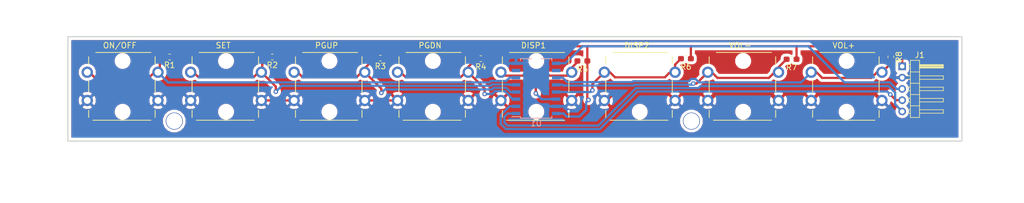
<source format=kicad_pcb>
(kicad_pcb (version 20171130) (host pcbnew "(5.0.0-3-g5ebb6b6)")

  (general
    (thickness 1.6)
    (drawings 4)
    (tracks 254)
    (zones 0)
    (modules 20)
    (nets 14)
  )

  (page A4)
  (layers
    (0 F.Cu signal)
    (31 B.Cu signal)
    (32 B.Adhes user)
    (33 F.Adhes user)
    (34 B.Paste user)
    (35 F.Paste user)
    (36 B.SilkS user)
    (37 F.SilkS user)
    (38 B.Mask user)
    (39 F.Mask user)
    (40 Dwgs.User user)
    (41 Cmts.User user)
    (42 Eco1.User user)
    (43 Eco2.User user)
    (44 Edge.Cuts user)
    (45 Margin user)
    (46 B.CrtYd user)
    (47 F.CrtYd user)
    (48 B.Fab user)
    (49 F.Fab user)
  )

  (setup
    (last_trace_width 0.4)
    (trace_clearance 0.2)
    (zone_clearance 0.508)
    (zone_45_only no)
    (trace_min 0.2)
    (segment_width 0.2)
    (edge_width 0.15)
    (via_size 0.8)
    (via_drill 0.4)
    (via_min_size 0.4)
    (via_min_drill 0.3)
    (uvia_size 0.3)
    (uvia_drill 0.1)
    (uvias_allowed no)
    (uvia_min_size 0.2)
    (uvia_min_drill 0.1)
    (pcb_text_width 0.3)
    (pcb_text_size 1.5 1.5)
    (mod_edge_width 0.15)
    (mod_text_size 1 1)
    (mod_text_width 0.15)
    (pad_size 3 3)
    (pad_drill 2.8)
    (pad_to_mask_clearance 0.2)
    (aux_axis_origin 0 0)
    (visible_elements FFFFFF7F)
    (pcbplotparams
      (layerselection 0x010fc_ffffffff)
      (usegerberextensions false)
      (usegerberattributes false)
      (usegerberadvancedattributes false)
      (creategerberjobfile false)
      (excludeedgelayer true)
      (linewidth 0.100000)
      (plotframeref false)
      (viasonmask false)
      (mode 1)
      (useauxorigin false)
      (hpglpennumber 1)
      (hpglpenspeed 20)
      (hpglpendiameter 15.000000)
      (psnegative false)
      (psa4output false)
      (plotreference true)
      (plotvalue true)
      (plotinvisibletext false)
      (padsonsilk false)
      (subtractmaskfromsilk false)
      (outputformat 1)
      (mirror false)
      (drillshape 0)
      (scaleselection 1)
      (outputdirectory "Gerber/"))
  )

  (net 0 "")
  (net 1 +3V3)
  (net 2 GND)
  (net 3 "Net-(J1-Pad3)")
  (net 4 "Net-(J1-Pad4)")
  (net 5 "Net-(J1-Pad5)")
  (net 6 "Net-(R1-Pad2)")
  (net 7 "Net-(R2-Pad2)")
  (net 8 "Net-(R3-Pad2)")
  (net 9 "Net-(R4-Pad2)")
  (net 10 "Net-(R5-Pad2)")
  (net 11 "Net-(R6-Pad2)")
  (net 12 "Net-(R7-Pad2)")
  (net 13 "Net-(R8-Pad2)")

  (net_class Default "This is the default net class."
    (clearance 0.2)
    (trace_width 0.4)
    (via_dia 0.8)
    (via_drill 0.4)
    (uvia_dia 0.3)
    (uvia_drill 0.1)
    (add_net +3V3)
    (add_net GND)
    (add_net "Net-(J1-Pad3)")
    (add_net "Net-(J1-Pad4)")
    (add_net "Net-(J1-Pad5)")
    (add_net "Net-(R1-Pad2)")
    (add_net "Net-(R2-Pad2)")
    (add_net "Net-(R3-Pad2)")
    (add_net "Net-(R4-Pad2)")
    (add_net "Net-(R5-Pad2)")
    (add_net "Net-(R6-Pad2)")
    (add_net "Net-(R7-Pad2)")
    (add_net "Net-(R8-Pad2)")
  )

  (module MountingHole:MountingHole_3.2mm_M3 (layer F.Cu) (tedit 5BAD41E8) (tstamp 5BDB6A90)
    (at 80.8 65.95)
    (descr "Mounting Hole 3.2mm, no annular, M3")
    (tags "mounting hole 3.2mm no annular m3")
    (attr virtual)
    (fp_text reference REF** (at 0 -4.2) (layer F.SilkS) hide
      (effects (font (size 1 1) (thickness 0.15)))
    )
    (fp_text value MountingHole_3.2mm_M3 (at 0 4.2) (layer F.Fab)
      (effects (font (size 1 1) (thickness 0.15)))
    )
    (fp_text user %R (at 0.3 0) (layer F.Fab)
      (effects (font (size 1 1) (thickness 0.15)))
    )
    (fp_circle (center 0 0) (end 3.2 0) (layer Cmts.User) (width 0.15))
    (fp_circle (center 0 0) (end 3.45 0) (layer F.CrtYd) (width 0.05))
    (pad "" np_thru_hole circle (at 0 0) (size 3 3) (drill 2.8) (layers *.Cu *.Mask))
  )

  (module Connector_PinHeader_2.00mm:PinHeader_1x05_P2.00mm_Horizontal (layer F.Cu) (tedit 59FED667) (tstamp 5BCF9541)
    (at 209.45 56.25)
    (descr "Through hole angled pin header, 1x05, 2.00mm pitch, 4.2mm pin length, single row")
    (tags "Through hole angled pin header THT 1x05 2.00mm single row")
    (path /5BB0504C)
    (fp_text reference J1 (at 3.1 -2) (layer F.SilkS)
      (effects (font (size 1 1) (thickness 0.15)))
    )
    (fp_text value Conn_01x05 (at 3.1 10) (layer F.Fab)
      (effects (font (size 1 1) (thickness 0.15)))
    )
    (fp_line (start 1.875 -1) (end 3 -1) (layer F.Fab) (width 0.1))
    (fp_line (start 3 -1) (end 3 9) (layer F.Fab) (width 0.1))
    (fp_line (start 3 9) (end 1.5 9) (layer F.Fab) (width 0.1))
    (fp_line (start 1.5 9) (end 1.5 -0.625) (layer F.Fab) (width 0.1))
    (fp_line (start 1.5 -0.625) (end 1.875 -1) (layer F.Fab) (width 0.1))
    (fp_line (start -0.25 -0.25) (end 1.5 -0.25) (layer F.Fab) (width 0.1))
    (fp_line (start -0.25 -0.25) (end -0.25 0.25) (layer F.Fab) (width 0.1))
    (fp_line (start -0.25 0.25) (end 1.5 0.25) (layer F.Fab) (width 0.1))
    (fp_line (start 3 -0.25) (end 7.2 -0.25) (layer F.Fab) (width 0.1))
    (fp_line (start 7.2 -0.25) (end 7.2 0.25) (layer F.Fab) (width 0.1))
    (fp_line (start 3 0.25) (end 7.2 0.25) (layer F.Fab) (width 0.1))
    (fp_line (start -0.25 1.75) (end 1.5 1.75) (layer F.Fab) (width 0.1))
    (fp_line (start -0.25 1.75) (end -0.25 2.25) (layer F.Fab) (width 0.1))
    (fp_line (start -0.25 2.25) (end 1.5 2.25) (layer F.Fab) (width 0.1))
    (fp_line (start 3 1.75) (end 7.2 1.75) (layer F.Fab) (width 0.1))
    (fp_line (start 7.2 1.75) (end 7.2 2.25) (layer F.Fab) (width 0.1))
    (fp_line (start 3 2.25) (end 7.2 2.25) (layer F.Fab) (width 0.1))
    (fp_line (start -0.25 3.75) (end 1.5 3.75) (layer F.Fab) (width 0.1))
    (fp_line (start -0.25 3.75) (end -0.25 4.25) (layer F.Fab) (width 0.1))
    (fp_line (start -0.25 4.25) (end 1.5 4.25) (layer F.Fab) (width 0.1))
    (fp_line (start 3 3.75) (end 7.2 3.75) (layer F.Fab) (width 0.1))
    (fp_line (start 7.2 3.75) (end 7.2 4.25) (layer F.Fab) (width 0.1))
    (fp_line (start 3 4.25) (end 7.2 4.25) (layer F.Fab) (width 0.1))
    (fp_line (start -0.25 5.75) (end 1.5 5.75) (layer F.Fab) (width 0.1))
    (fp_line (start -0.25 5.75) (end -0.25 6.25) (layer F.Fab) (width 0.1))
    (fp_line (start -0.25 6.25) (end 1.5 6.25) (layer F.Fab) (width 0.1))
    (fp_line (start 3 5.75) (end 7.2 5.75) (layer F.Fab) (width 0.1))
    (fp_line (start 7.2 5.75) (end 7.2 6.25) (layer F.Fab) (width 0.1))
    (fp_line (start 3 6.25) (end 7.2 6.25) (layer F.Fab) (width 0.1))
    (fp_line (start -0.25 7.75) (end 1.5 7.75) (layer F.Fab) (width 0.1))
    (fp_line (start -0.25 7.75) (end -0.25 8.25) (layer F.Fab) (width 0.1))
    (fp_line (start -0.25 8.25) (end 1.5 8.25) (layer F.Fab) (width 0.1))
    (fp_line (start 3 7.75) (end 7.2 7.75) (layer F.Fab) (width 0.1))
    (fp_line (start 7.2 7.75) (end 7.2 8.25) (layer F.Fab) (width 0.1))
    (fp_line (start 3 8.25) (end 7.2 8.25) (layer F.Fab) (width 0.1))
    (fp_line (start 1.44 -1.06) (end 1.44 9.06) (layer F.SilkS) (width 0.12))
    (fp_line (start 1.44 9.06) (end 3.06 9.06) (layer F.SilkS) (width 0.12))
    (fp_line (start 3.06 9.06) (end 3.06 -1.06) (layer F.SilkS) (width 0.12))
    (fp_line (start 3.06 -1.06) (end 1.44 -1.06) (layer F.SilkS) (width 0.12))
    (fp_line (start 3.06 -0.31) (end 7.26 -0.31) (layer F.SilkS) (width 0.12))
    (fp_line (start 7.26 -0.31) (end 7.26 0.31) (layer F.SilkS) (width 0.12))
    (fp_line (start 7.26 0.31) (end 3.06 0.31) (layer F.SilkS) (width 0.12))
    (fp_line (start 3.06 -0.25) (end 7.26 -0.25) (layer F.SilkS) (width 0.12))
    (fp_line (start 3.06 -0.13) (end 7.26 -0.13) (layer F.SilkS) (width 0.12))
    (fp_line (start 3.06 -0.01) (end 7.26 -0.01) (layer F.SilkS) (width 0.12))
    (fp_line (start 3.06 0.11) (end 7.26 0.11) (layer F.SilkS) (width 0.12))
    (fp_line (start 3.06 0.23) (end 7.26 0.23) (layer F.SilkS) (width 0.12))
    (fp_line (start 0.935 -0.31) (end 1.44 -0.31) (layer F.SilkS) (width 0.12))
    (fp_line (start 0.935 0.31) (end 1.44 0.31) (layer F.SilkS) (width 0.12))
    (fp_line (start 1.44 1) (end 3.06 1) (layer F.SilkS) (width 0.12))
    (fp_line (start 3.06 1.69) (end 7.26 1.69) (layer F.SilkS) (width 0.12))
    (fp_line (start 7.26 1.69) (end 7.26 2.31) (layer F.SilkS) (width 0.12))
    (fp_line (start 7.26 2.31) (end 3.06 2.31) (layer F.SilkS) (width 0.12))
    (fp_line (start 0.882114 1.69) (end 1.44 1.69) (layer F.SilkS) (width 0.12))
    (fp_line (start 0.882114 2.31) (end 1.44 2.31) (layer F.SilkS) (width 0.12))
    (fp_line (start 1.44 3) (end 3.06 3) (layer F.SilkS) (width 0.12))
    (fp_line (start 3.06 3.69) (end 7.26 3.69) (layer F.SilkS) (width 0.12))
    (fp_line (start 7.26 3.69) (end 7.26 4.31) (layer F.SilkS) (width 0.12))
    (fp_line (start 7.26 4.31) (end 3.06 4.31) (layer F.SilkS) (width 0.12))
    (fp_line (start 0.882114 3.69) (end 1.44 3.69) (layer F.SilkS) (width 0.12))
    (fp_line (start 0.882114 4.31) (end 1.44 4.31) (layer F.SilkS) (width 0.12))
    (fp_line (start 1.44 5) (end 3.06 5) (layer F.SilkS) (width 0.12))
    (fp_line (start 3.06 5.69) (end 7.26 5.69) (layer F.SilkS) (width 0.12))
    (fp_line (start 7.26 5.69) (end 7.26 6.31) (layer F.SilkS) (width 0.12))
    (fp_line (start 7.26 6.31) (end 3.06 6.31) (layer F.SilkS) (width 0.12))
    (fp_line (start 0.882114 5.69) (end 1.44 5.69) (layer F.SilkS) (width 0.12))
    (fp_line (start 0.882114 6.31) (end 1.44 6.31) (layer F.SilkS) (width 0.12))
    (fp_line (start 1.44 7) (end 3.06 7) (layer F.SilkS) (width 0.12))
    (fp_line (start 3.06 7.69) (end 7.26 7.69) (layer F.SilkS) (width 0.12))
    (fp_line (start 7.26 7.69) (end 7.26 8.31) (layer F.SilkS) (width 0.12))
    (fp_line (start 7.26 8.31) (end 3.06 8.31) (layer F.SilkS) (width 0.12))
    (fp_line (start 0.882114 7.69) (end 1.44 7.69) (layer F.SilkS) (width 0.12))
    (fp_line (start 0.882114 8.31) (end 1.44 8.31) (layer F.SilkS) (width 0.12))
    (fp_line (start -1 0) (end -1 -1) (layer F.SilkS) (width 0.12))
    (fp_line (start -1 -1) (end 0 -1) (layer F.SilkS) (width 0.12))
    (fp_line (start -1.5 -1.5) (end -1.5 9.5) (layer F.CrtYd) (width 0.05))
    (fp_line (start -1.5 9.5) (end 7.7 9.5) (layer F.CrtYd) (width 0.05))
    (fp_line (start 7.7 9.5) (end 7.7 -1.5) (layer F.CrtYd) (width 0.05))
    (fp_line (start 7.7 -1.5) (end -1.5 -1.5) (layer F.CrtYd) (width 0.05))
    (fp_text user %R (at 2.25 4 90) (layer F.Fab)
      (effects (font (size 0.9 0.9) (thickness 0.135)))
    )
    (pad 1 thru_hole rect (at 0 0) (size 1.35 1.35) (drill 0.8) (layers *.Cu *.Mask)
      (net 1 +3V3))
    (pad 2 thru_hole oval (at 0 2) (size 1.35 1.35) (drill 0.8) (layers *.Cu *.Mask)
      (net 2 GND))
    (pad 3 thru_hole oval (at 0 4) (size 1.35 1.35) (drill 0.8) (layers *.Cu *.Mask)
      (net 3 "Net-(J1-Pad3)"))
    (pad 4 thru_hole oval (at 0 6) (size 1.35 1.35) (drill 0.8) (layers *.Cu *.Mask)
      (net 4 "Net-(J1-Pad4)"))
    (pad 5 thru_hole oval (at 0 8) (size 1.35 1.35) (drill 0.8) (layers *.Cu *.Mask)
      (net 5 "Net-(J1-Pad5)"))
    (model ${KISYS3DMOD}/Connector_PinHeader_2.00mm.3dshapes/PinHeader_1x05_P2.00mm_Horizontal.wrl
      (at (xyz 0 0 0))
      (scale (xyz 1 1 1))
      (rotate (xyz 0 0 0))
    )
  )

  (module Resistor_SMD:R_0603_1608Metric_Pad1.05x0.95mm_HandSolder (layer F.Cu) (tedit 5B301BBD) (tstamp 5BCF9552)
    (at 79.975 54.6 180)
    (descr "Resistor SMD 0603 (1608 Metric), square (rectangular) end terminal, IPC_7351 nominal with elongated pad for handsoldering. (Body size source: http://www.tortai-tech.com/upload/download/2011102023233369053.pdf), generated with kicad-footprint-generator")
    (tags "resistor handsolder")
    (path /5BAC02E6)
    (attr smd)
    (fp_text reference R1 (at 0 -1.43 180) (layer F.SilkS)
      (effects (font (size 1 1) (thickness 0.15)))
    )
    (fp_text value R_Small (at 0 1.43 180) (layer F.Fab)
      (effects (font (size 1 1) (thickness 0.15)))
    )
    (fp_text user %R (at 0 0 180) (layer F.Fab)
      (effects (font (size 0.4 0.4) (thickness 0.06)))
    )
    (fp_line (start 1.65 0.73) (end -1.65 0.73) (layer F.CrtYd) (width 0.05))
    (fp_line (start 1.65 -0.73) (end 1.65 0.73) (layer F.CrtYd) (width 0.05))
    (fp_line (start -1.65 -0.73) (end 1.65 -0.73) (layer F.CrtYd) (width 0.05))
    (fp_line (start -1.65 0.73) (end -1.65 -0.73) (layer F.CrtYd) (width 0.05))
    (fp_line (start -0.171267 0.51) (end 0.171267 0.51) (layer F.SilkS) (width 0.12))
    (fp_line (start -0.171267 -0.51) (end 0.171267 -0.51) (layer F.SilkS) (width 0.12))
    (fp_line (start 0.8 0.4) (end -0.8 0.4) (layer F.Fab) (width 0.1))
    (fp_line (start 0.8 -0.4) (end 0.8 0.4) (layer F.Fab) (width 0.1))
    (fp_line (start -0.8 -0.4) (end 0.8 -0.4) (layer F.Fab) (width 0.1))
    (fp_line (start -0.8 0.4) (end -0.8 -0.4) (layer F.Fab) (width 0.1))
    (pad 2 smd roundrect (at 0.875 0 180) (size 1.05 0.95) (layers F.Cu F.Paste F.Mask) (roundrect_rratio 0.25)
      (net 6 "Net-(R1-Pad2)"))
    (pad 1 smd roundrect (at -0.875 0 180) (size 1.05 0.95) (layers F.Cu F.Paste F.Mask) (roundrect_rratio 0.25)
      (net 1 +3V3))
    (model ${KISYS3DMOD}/Resistor_SMD.3dshapes/R_0603_1608Metric.wrl
      (at (xyz 0 0 0))
      (scale (xyz 1 1 1))
      (rotate (xyz 0 0 0))
    )
  )

  (module Resistor_SMD:R_0603_1608Metric_Pad1.05x0.95mm_HandSolder (layer F.Cu) (tedit 5B301BBD) (tstamp 5BCF9563)
    (at 98.125 54.6 180)
    (descr "Resistor SMD 0603 (1608 Metric), square (rectangular) end terminal, IPC_7351 nominal with elongated pad for handsoldering. (Body size source: http://www.tortai-tech.com/upload/download/2011102023233369053.pdf), generated with kicad-footprint-generator")
    (tags "resistor handsolder")
    (path /5BAC02A6)
    (attr smd)
    (fp_text reference R2 (at 0 -1.43 180) (layer F.SilkS)
      (effects (font (size 1 1) (thickness 0.15)))
    )
    (fp_text value R_Small (at 0 1.43 180) (layer F.Fab)
      (effects (font (size 1 1) (thickness 0.15)))
    )
    (fp_line (start -0.8 0.4) (end -0.8 -0.4) (layer F.Fab) (width 0.1))
    (fp_line (start -0.8 -0.4) (end 0.8 -0.4) (layer F.Fab) (width 0.1))
    (fp_line (start 0.8 -0.4) (end 0.8 0.4) (layer F.Fab) (width 0.1))
    (fp_line (start 0.8 0.4) (end -0.8 0.4) (layer F.Fab) (width 0.1))
    (fp_line (start -0.171267 -0.51) (end 0.171267 -0.51) (layer F.SilkS) (width 0.12))
    (fp_line (start -0.171267 0.51) (end 0.171267 0.51) (layer F.SilkS) (width 0.12))
    (fp_line (start -1.65 0.73) (end -1.65 -0.73) (layer F.CrtYd) (width 0.05))
    (fp_line (start -1.65 -0.73) (end 1.65 -0.73) (layer F.CrtYd) (width 0.05))
    (fp_line (start 1.65 -0.73) (end 1.65 0.73) (layer F.CrtYd) (width 0.05))
    (fp_line (start 1.65 0.73) (end -1.65 0.73) (layer F.CrtYd) (width 0.05))
    (fp_text user %R (at 0 0 180) (layer F.Fab)
      (effects (font (size 0.4 0.4) (thickness 0.06)))
    )
    (pad 1 smd roundrect (at -0.875 0 180) (size 1.05 0.95) (layers F.Cu F.Paste F.Mask) (roundrect_rratio 0.25)
      (net 1 +3V3))
    (pad 2 smd roundrect (at 0.875 0 180) (size 1.05 0.95) (layers F.Cu F.Paste F.Mask) (roundrect_rratio 0.25)
      (net 7 "Net-(R2-Pad2)"))
    (model ${KISYS3DMOD}/Resistor_SMD.3dshapes/R_0603_1608Metric.wrl
      (at (xyz 0 0 0))
      (scale (xyz 1 1 1))
      (rotate (xyz 0 0 0))
    )
  )

  (module Resistor_SMD:R_0603_1608Metric_Pad1.05x0.95mm_HandSolder (layer F.Cu) (tedit 5B301BBD) (tstamp 5BCF9574)
    (at 117.225 54.8 180)
    (descr "Resistor SMD 0603 (1608 Metric), square (rectangular) end terminal, IPC_7351 nominal with elongated pad for handsoldering. (Body size source: http://www.tortai-tech.com/upload/download/2011102023233369053.pdf), generated with kicad-footprint-generator")
    (tags "resistor handsolder")
    (path /5BAC0246)
    (attr smd)
    (fp_text reference R3 (at 0 -1.43 180) (layer F.SilkS)
      (effects (font (size 1 1) (thickness 0.15)))
    )
    (fp_text value R_Small (at 0 1.43 180) (layer F.Fab)
      (effects (font (size 1 1) (thickness 0.15)))
    )
    (fp_text user %R (at 0 0 180) (layer F.Fab)
      (effects (font (size 0.4 0.4) (thickness 0.06)))
    )
    (fp_line (start 1.65 0.73) (end -1.65 0.73) (layer F.CrtYd) (width 0.05))
    (fp_line (start 1.65 -0.73) (end 1.65 0.73) (layer F.CrtYd) (width 0.05))
    (fp_line (start -1.65 -0.73) (end 1.65 -0.73) (layer F.CrtYd) (width 0.05))
    (fp_line (start -1.65 0.73) (end -1.65 -0.73) (layer F.CrtYd) (width 0.05))
    (fp_line (start -0.171267 0.51) (end 0.171267 0.51) (layer F.SilkS) (width 0.12))
    (fp_line (start -0.171267 -0.51) (end 0.171267 -0.51) (layer F.SilkS) (width 0.12))
    (fp_line (start 0.8 0.4) (end -0.8 0.4) (layer F.Fab) (width 0.1))
    (fp_line (start 0.8 -0.4) (end 0.8 0.4) (layer F.Fab) (width 0.1))
    (fp_line (start -0.8 -0.4) (end 0.8 -0.4) (layer F.Fab) (width 0.1))
    (fp_line (start -0.8 0.4) (end -0.8 -0.4) (layer F.Fab) (width 0.1))
    (pad 2 smd roundrect (at 0.875 0 180) (size 1.05 0.95) (layers F.Cu F.Paste F.Mask) (roundrect_rratio 0.25)
      (net 8 "Net-(R3-Pad2)"))
    (pad 1 smd roundrect (at -0.875 0 180) (size 1.05 0.95) (layers F.Cu F.Paste F.Mask) (roundrect_rratio 0.25)
      (net 1 +3V3))
    (model ${KISYS3DMOD}/Resistor_SMD.3dshapes/R_0603_1608Metric.wrl
      (at (xyz 0 0 0))
      (scale (xyz 1 1 1))
      (rotate (xyz 0 0 0))
    )
  )

  (module Resistor_SMD:R_0603_1608Metric_Pad1.05x0.95mm_HandSolder (layer F.Cu) (tedit 5B301BBD) (tstamp 5BCF9585)
    (at 134.975 54.9 180)
    (descr "Resistor SMD 0603 (1608 Metric), square (rectangular) end terminal, IPC_7351 nominal with elongated pad for handsoldering. (Body size source: http://www.tortai-tech.com/upload/download/2011102023233369053.pdf), generated with kicad-footprint-generator")
    (tags "resistor handsolder")
    (path /5BAC0210)
    (attr smd)
    (fp_text reference R4 (at 0 -1.43 180) (layer F.SilkS)
      (effects (font (size 1 1) (thickness 0.15)))
    )
    (fp_text value R_Small (at 0 1.43 180) (layer F.Fab)
      (effects (font (size 1 1) (thickness 0.15)))
    )
    (fp_line (start -0.8 0.4) (end -0.8 -0.4) (layer F.Fab) (width 0.1))
    (fp_line (start -0.8 -0.4) (end 0.8 -0.4) (layer F.Fab) (width 0.1))
    (fp_line (start 0.8 -0.4) (end 0.8 0.4) (layer F.Fab) (width 0.1))
    (fp_line (start 0.8 0.4) (end -0.8 0.4) (layer F.Fab) (width 0.1))
    (fp_line (start -0.171267 -0.51) (end 0.171267 -0.51) (layer F.SilkS) (width 0.12))
    (fp_line (start -0.171267 0.51) (end 0.171267 0.51) (layer F.SilkS) (width 0.12))
    (fp_line (start -1.65 0.73) (end -1.65 -0.73) (layer F.CrtYd) (width 0.05))
    (fp_line (start -1.65 -0.73) (end 1.65 -0.73) (layer F.CrtYd) (width 0.05))
    (fp_line (start 1.65 -0.73) (end 1.65 0.73) (layer F.CrtYd) (width 0.05))
    (fp_line (start 1.65 0.73) (end -1.65 0.73) (layer F.CrtYd) (width 0.05))
    (fp_text user %R (at 0 0 180) (layer F.Fab)
      (effects (font (size 0.4 0.4) (thickness 0.06)))
    )
    (pad 1 smd roundrect (at -0.875 0 180) (size 1.05 0.95) (layers F.Cu F.Paste F.Mask) (roundrect_rratio 0.25)
      (net 1 +3V3))
    (pad 2 smd roundrect (at 0.875 0 180) (size 1.05 0.95) (layers F.Cu F.Paste F.Mask) (roundrect_rratio 0.25)
      (net 9 "Net-(R4-Pad2)"))
    (model ${KISYS3DMOD}/Resistor_SMD.3dshapes/R_0603_1608Metric.wrl
      (at (xyz 0 0 0))
      (scale (xyz 1 1 1))
      (rotate (xyz 0 0 0))
    )
  )

  (module Resistor_SMD:R_0603_1608Metric_Pad1.05x0.95mm_HandSolder (layer F.Cu) (tedit 5B301BBD) (tstamp 5BCF9596)
    (at 152.925 55.3 180)
    (descr "Resistor SMD 0603 (1608 Metric), square (rectangular) end terminal, IPC_7351 nominal with elongated pad for handsoldering. (Body size source: http://www.tortai-tech.com/upload/download/2011102023233369053.pdf), generated with kicad-footprint-generator")
    (tags "resistor handsolder")
    (path /5BAC01AB)
    (attr smd)
    (fp_text reference R5 (at 0 -1.43 180) (layer F.SilkS)
      (effects (font (size 1 1) (thickness 0.15)))
    )
    (fp_text value R_Small (at 0 1.43 180) (layer F.Fab)
      (effects (font (size 1 1) (thickness 0.15)))
    )
    (fp_text user %R (at 0 0 180) (layer F.Fab)
      (effects (font (size 0.4 0.4) (thickness 0.06)))
    )
    (fp_line (start 1.65 0.73) (end -1.65 0.73) (layer F.CrtYd) (width 0.05))
    (fp_line (start 1.65 -0.73) (end 1.65 0.73) (layer F.CrtYd) (width 0.05))
    (fp_line (start -1.65 -0.73) (end 1.65 -0.73) (layer F.CrtYd) (width 0.05))
    (fp_line (start -1.65 0.73) (end -1.65 -0.73) (layer F.CrtYd) (width 0.05))
    (fp_line (start -0.171267 0.51) (end 0.171267 0.51) (layer F.SilkS) (width 0.12))
    (fp_line (start -0.171267 -0.51) (end 0.171267 -0.51) (layer F.SilkS) (width 0.12))
    (fp_line (start 0.8 0.4) (end -0.8 0.4) (layer F.Fab) (width 0.1))
    (fp_line (start 0.8 -0.4) (end 0.8 0.4) (layer F.Fab) (width 0.1))
    (fp_line (start -0.8 -0.4) (end 0.8 -0.4) (layer F.Fab) (width 0.1))
    (fp_line (start -0.8 0.4) (end -0.8 -0.4) (layer F.Fab) (width 0.1))
    (pad 2 smd roundrect (at 0.875 0 180) (size 1.05 0.95) (layers F.Cu F.Paste F.Mask) (roundrect_rratio 0.25)
      (net 10 "Net-(R5-Pad2)"))
    (pad 1 smd roundrect (at -0.875 0 180) (size 1.05 0.95) (layers F.Cu F.Paste F.Mask) (roundrect_rratio 0.25)
      (net 1 +3V3))
    (model ${KISYS3DMOD}/Resistor_SMD.3dshapes/R_0603_1608Metric.wrl
      (at (xyz 0 0 0))
      (scale (xyz 1 1 1))
      (rotate (xyz 0 0 0))
    )
  )

  (module Resistor_SMD:R_0603_1608Metric_Pad1.05x0.95mm_HandSolder (layer F.Cu) (tedit 5B301BBD) (tstamp 5BCF95A7)
    (at 171.225 54.9 180)
    (descr "Resistor SMD 0603 (1608 Metric), square (rectangular) end terminal, IPC_7351 nominal with elongated pad for handsoldering. (Body size source: http://www.tortai-tech.com/upload/download/2011102023233369053.pdf), generated with kicad-footprint-generator")
    (tags "resistor handsolder")
    (path /5BAC00E8)
    (attr smd)
    (fp_text reference R6 (at 0 -1.43 180) (layer F.SilkS)
      (effects (font (size 1 1) (thickness 0.15)))
    )
    (fp_text value R_Small (at 0 1.43 180) (layer F.Fab)
      (effects (font (size 1 1) (thickness 0.15)))
    )
    (fp_line (start -0.8 0.4) (end -0.8 -0.4) (layer F.Fab) (width 0.1))
    (fp_line (start -0.8 -0.4) (end 0.8 -0.4) (layer F.Fab) (width 0.1))
    (fp_line (start 0.8 -0.4) (end 0.8 0.4) (layer F.Fab) (width 0.1))
    (fp_line (start 0.8 0.4) (end -0.8 0.4) (layer F.Fab) (width 0.1))
    (fp_line (start -0.171267 -0.51) (end 0.171267 -0.51) (layer F.SilkS) (width 0.12))
    (fp_line (start -0.171267 0.51) (end 0.171267 0.51) (layer F.SilkS) (width 0.12))
    (fp_line (start -1.65 0.73) (end -1.65 -0.73) (layer F.CrtYd) (width 0.05))
    (fp_line (start -1.65 -0.73) (end 1.65 -0.73) (layer F.CrtYd) (width 0.05))
    (fp_line (start 1.65 -0.73) (end 1.65 0.73) (layer F.CrtYd) (width 0.05))
    (fp_line (start 1.65 0.73) (end -1.65 0.73) (layer F.CrtYd) (width 0.05))
    (fp_text user %R (at 0 0 180) (layer F.Fab)
      (effects (font (size 0.4 0.4) (thickness 0.06)))
    )
    (pad 1 smd roundrect (at -0.875 0 180) (size 1.05 0.95) (layers F.Cu F.Paste F.Mask) (roundrect_rratio 0.25)
      (net 1 +3V3))
    (pad 2 smd roundrect (at 0.875 0 180) (size 1.05 0.95) (layers F.Cu F.Paste F.Mask) (roundrect_rratio 0.25)
      (net 11 "Net-(R6-Pad2)"))
    (model ${KISYS3DMOD}/Resistor_SMD.3dshapes/R_0603_1608Metric.wrl
      (at (xyz 0 0 0))
      (scale (xyz 1 1 1))
      (rotate (xyz 0 0 0))
    )
  )

  (module Resistor_SMD:R_0603_1608Metric_Pad1.05x0.95mm_HandSolder (layer F.Cu) (tedit 5B301BBD) (tstamp 5BCF95B8)
    (at 189.9 55 180)
    (descr "Resistor SMD 0603 (1608 Metric), square (rectangular) end terminal, IPC_7351 nominal with elongated pad for handsoldering. (Body size source: http://www.tortai-tech.com/upload/download/2011102023233369053.pdf), generated with kicad-footprint-generator")
    (tags "resistor handsolder")
    (path /5BAC0137)
    (attr smd)
    (fp_text reference R7 (at 0 -1.43 180) (layer F.SilkS)
      (effects (font (size 1 1) (thickness 0.15)))
    )
    (fp_text value R_Small (at 0 1.43 180) (layer F.Fab)
      (effects (font (size 1 1) (thickness 0.15)))
    )
    (fp_text user %R (at 0 0 180) (layer F.Fab)
      (effects (font (size 0.4 0.4) (thickness 0.06)))
    )
    (fp_line (start 1.65 0.73) (end -1.65 0.73) (layer F.CrtYd) (width 0.05))
    (fp_line (start 1.65 -0.73) (end 1.65 0.73) (layer F.CrtYd) (width 0.05))
    (fp_line (start -1.65 -0.73) (end 1.65 -0.73) (layer F.CrtYd) (width 0.05))
    (fp_line (start -1.65 0.73) (end -1.65 -0.73) (layer F.CrtYd) (width 0.05))
    (fp_line (start -0.171267 0.51) (end 0.171267 0.51) (layer F.SilkS) (width 0.12))
    (fp_line (start -0.171267 -0.51) (end 0.171267 -0.51) (layer F.SilkS) (width 0.12))
    (fp_line (start 0.8 0.4) (end -0.8 0.4) (layer F.Fab) (width 0.1))
    (fp_line (start 0.8 -0.4) (end 0.8 0.4) (layer F.Fab) (width 0.1))
    (fp_line (start -0.8 -0.4) (end 0.8 -0.4) (layer F.Fab) (width 0.1))
    (fp_line (start -0.8 0.4) (end -0.8 -0.4) (layer F.Fab) (width 0.1))
    (pad 2 smd roundrect (at 0.875 0 180) (size 1.05 0.95) (layers F.Cu F.Paste F.Mask) (roundrect_rratio 0.25)
      (net 12 "Net-(R7-Pad2)"))
    (pad 1 smd roundrect (at -0.875 0 180) (size 1.05 0.95) (layers F.Cu F.Paste F.Mask) (roundrect_rratio 0.25)
      (net 1 +3V3))
    (model ${KISYS3DMOD}/Resistor_SMD.3dshapes/R_0603_1608Metric.wrl
      (at (xyz 0 0 0))
      (scale (xyz 1 1 1))
      (rotate (xyz 0 0 0))
    )
  )

  (module Resistor_SMD:R_0603_1608Metric_Pad1.05x0.95mm_HandSolder (layer F.Cu) (tedit 5B301BBD) (tstamp 5BCF95C9)
    (at 207.45 54.575 270)
    (descr "Resistor SMD 0603 (1608 Metric), square (rectangular) end terminal, IPC_7351 nominal with elongated pad for handsoldering. (Body size source: http://www.tortai-tech.com/upload/download/2011102023233369053.pdf), generated with kicad-footprint-generator")
    (tags "resistor handsolder")
    (path /5BAC016F)
    (attr smd)
    (fp_text reference R8 (at 0 -1.43 270) (layer F.SilkS)
      (effects (font (size 1 1) (thickness 0.15)))
    )
    (fp_text value R_Small (at 0 1.43 270) (layer F.Fab)
      (effects (font (size 1 1) (thickness 0.15)))
    )
    (fp_line (start -0.8 0.4) (end -0.8 -0.4) (layer F.Fab) (width 0.1))
    (fp_line (start -0.8 -0.4) (end 0.8 -0.4) (layer F.Fab) (width 0.1))
    (fp_line (start 0.8 -0.4) (end 0.8 0.4) (layer F.Fab) (width 0.1))
    (fp_line (start 0.8 0.4) (end -0.8 0.4) (layer F.Fab) (width 0.1))
    (fp_line (start -0.171267 -0.51) (end 0.171267 -0.51) (layer F.SilkS) (width 0.12))
    (fp_line (start -0.171267 0.51) (end 0.171267 0.51) (layer F.SilkS) (width 0.12))
    (fp_line (start -1.65 0.73) (end -1.65 -0.73) (layer F.CrtYd) (width 0.05))
    (fp_line (start -1.65 -0.73) (end 1.65 -0.73) (layer F.CrtYd) (width 0.05))
    (fp_line (start 1.65 -0.73) (end 1.65 0.73) (layer F.CrtYd) (width 0.05))
    (fp_line (start 1.65 0.73) (end -1.65 0.73) (layer F.CrtYd) (width 0.05))
    (fp_text user %R (at 0 0 270) (layer F.Fab)
      (effects (font (size 0.4 0.4) (thickness 0.06)))
    )
    (pad 1 smd roundrect (at -0.875 0 270) (size 1.05 0.95) (layers F.Cu F.Paste F.Mask) (roundrect_rratio 0.25)
      (net 1 +3V3))
    (pad 2 smd roundrect (at 0.875 0 270) (size 1.05 0.95) (layers F.Cu F.Paste F.Mask) (roundrect_rratio 0.25)
      (net 13 "Net-(R8-Pad2)"))
    (model ${KISYS3DMOD}/Resistor_SMD.3dshapes/R_0603_1608Metric.wrl
      (at (xyz 0 0 0))
      (scale (xyz 1 1 1))
      (rotate (xyz 0 0 0))
    )
  )

  (module omron-B3F-40xx:B3F-4050 (layer F.Cu) (tedit 5BAFA591) (tstamp 5BCF95DB)
    (at 71.67 59.8 180)
    (path /5BABFDA6)
    (fp_text reference ON/OFF (at 0.5 7.25 180) (layer F.SilkS)
      (effects (font (size 1 1) (thickness 0.15)))
    )
    (fp_text value SW_Push_Dual (at 0 -0.5 180) (layer F.Fab)
      (effects (font (size 1 1) (thickness 0.15)))
    )
    (fp_line (start -5 -6) (end 5.25 -6) (layer F.SilkS) (width 0.15))
    (fp_line (start 6 -5.5) (end 6 -4.25) (layer F.SilkS) (width 0.15))
    (fp_line (start 4.75 6) (end -5 6) (layer F.SilkS) (width 0.15))
    (fp_line (start 6 -1) (end 6 1) (layer F.SilkS) (width 0.15))
    (fp_line (start 6 4) (end 6 5.25) (layer F.SilkS) (width 0.15))
    (fp_line (start -5.75 -5.5) (end -5.75 -4.25) (layer F.SilkS) (width 0.15))
    (fp_line (start -5.75 -1) (end -5.75 1) (layer F.SilkS) (width 0.15))
    (fp_line (start -5.75 4) (end -5.75 5.25) (layer F.SilkS) (width 0.15))
    (pad 1 thru_hole circle (at -6.25 -2.5 180) (size 2 2) (drill 1.2) (layers *.Cu *.Mask)
      (net 2 GND))
    (pad 2 thru_hole circle (at -6.25 2.5 180) (size 2 2) (drill 1.2) (layers *.Cu *.Mask)
      (net 6 "Net-(R1-Pad2)"))
    (pad 3 thru_hole circle (at 6.25 -2.5 180) (size 2 2) (drill 1.2) (layers *.Cu *.Mask)
      (net 2 GND))
    (pad 4 thru_hole circle (at 6.25 2.5 180) (size 2 2) (drill 1.2) (layers *.Cu *.Mask)
      (net 6 "Net-(R1-Pad2)"))
    (pad "" np_thru_hole circle (at 0 4.5 180) (size 1.8 1.8) (drill 1.8) (layers *.Cu *.Mask))
    (pad "" np_thru_hole circle (at 0 -4.5 180) (size 1.8 1.8) (drill 1.8) (layers *.Cu *.Mask))
  )

  (module omron-B3F-40xx:B3F-4050 (layer F.Cu) (tedit 5BAFA59F) (tstamp 5BCF95ED)
    (at 89.948571 59.8 180)
    (path /5BABFE04)
    (fp_text reference SET (at 0.5 7.25 180) (layer F.SilkS)
      (effects (font (size 1 1) (thickness 0.15)))
    )
    (fp_text value SW_Push_Dual (at 0 -0.5 180) (layer F.Fab)
      (effects (font (size 1 1) (thickness 0.15)))
    )
    (fp_line (start -5.75 4) (end -5.75 5.25) (layer F.SilkS) (width 0.15))
    (fp_line (start -5.75 -1) (end -5.75 1) (layer F.SilkS) (width 0.15))
    (fp_line (start -5.75 -5.5) (end -5.75 -4.25) (layer F.SilkS) (width 0.15))
    (fp_line (start 6 4) (end 6 5.25) (layer F.SilkS) (width 0.15))
    (fp_line (start 6 -1) (end 6 1) (layer F.SilkS) (width 0.15))
    (fp_line (start 4.75 6) (end -5 6) (layer F.SilkS) (width 0.15))
    (fp_line (start 6 -5.5) (end 6 -4.25) (layer F.SilkS) (width 0.15))
    (fp_line (start -5 -6) (end 5.25 -6) (layer F.SilkS) (width 0.15))
    (pad "" np_thru_hole circle (at 0 -4.5 180) (size 1.8 1.8) (drill 1.8) (layers *.Cu *.Mask))
    (pad "" np_thru_hole circle (at 0 4.5 180) (size 1.8 1.8) (drill 1.8) (layers *.Cu *.Mask))
    (pad 4 thru_hole circle (at 6.25 2.5 180) (size 2 2) (drill 1.2) (layers *.Cu *.Mask)
      (net 7 "Net-(R2-Pad2)"))
    (pad 3 thru_hole circle (at 6.25 -2.5 180) (size 2 2) (drill 1.2) (layers *.Cu *.Mask)
      (net 2 GND))
    (pad 2 thru_hole circle (at -6.25 2.5 180) (size 2 2) (drill 1.2) (layers *.Cu *.Mask)
      (net 7 "Net-(R2-Pad2)"))
    (pad 1 thru_hole circle (at -6.25 -2.5 180) (size 2 2) (drill 1.2) (layers *.Cu *.Mask)
      (net 2 GND))
  )

  (module omron-B3F-40xx:B3F-4050 (layer F.Cu) (tedit 5BAFA5B6) (tstamp 5BCF9A58)
    (at 108.227142 59.8 180)
    (path /5BABFE53)
    (fp_text reference PGUP (at 0.5 7.25 180) (layer F.SilkS)
      (effects (font (size 1 1) (thickness 0.15)))
    )
    (fp_text value SW_Push_Dual (at 0 -0.5 180) (layer F.Fab)
      (effects (font (size 1 1) (thickness 0.15)))
    )
    (fp_line (start -5 -6) (end 5.25 -6) (layer F.SilkS) (width 0.15))
    (fp_line (start 6 -5.5) (end 6 -4.25) (layer F.SilkS) (width 0.15))
    (fp_line (start 4.75 6) (end -5 6) (layer F.SilkS) (width 0.15))
    (fp_line (start 6 -1) (end 6 1) (layer F.SilkS) (width 0.15))
    (fp_line (start 6 4) (end 6 5.25) (layer F.SilkS) (width 0.15))
    (fp_line (start -5.75 -5.5) (end -5.75 -4.25) (layer F.SilkS) (width 0.15))
    (fp_line (start -5.75 -1) (end -5.75 1) (layer F.SilkS) (width 0.15))
    (fp_line (start -5.75 4) (end -5.75 5.25) (layer F.SilkS) (width 0.15))
    (pad 1 thru_hole circle (at -6.25 -2.5 180) (size 2 2) (drill 1.2) (layers *.Cu *.Mask)
      (net 2 GND))
    (pad 2 thru_hole circle (at -6.25 2.5 180) (size 2 2) (drill 1.2) (layers *.Cu *.Mask)
      (net 8 "Net-(R3-Pad2)"))
    (pad 3 thru_hole circle (at 6.25 -2.5 180) (size 2 2) (drill 1.2) (layers *.Cu *.Mask)
      (net 2 GND))
    (pad 4 thru_hole circle (at 6.25 2.5 180) (size 2 2) (drill 1.2) (layers *.Cu *.Mask)
      (net 8 "Net-(R3-Pad2)"))
    (pad "" np_thru_hole circle (at 0 4.5 180) (size 1.8 1.8) (drill 1.8) (layers *.Cu *.Mask))
    (pad "" np_thru_hole circle (at 0 -4.5 180) (size 1.8 1.8) (drill 1.8) (layers *.Cu *.Mask))
  )

  (module omron-B3F-40xx:B3F-4050 (layer F.Cu) (tedit 5BAFA5BA) (tstamp 5BCF9A02)
    (at 126.505713 59.8 180)
    (path /5BABFE75)
    (fp_text reference PGDN (at 0.5 7.25 180) (layer F.SilkS)
      (effects (font (size 1 1) (thickness 0.15)))
    )
    (fp_text value SW_Push_Dual (at 0 -0.5 180) (layer F.Fab)
      (effects (font (size 1 1) (thickness 0.15)))
    )
    (fp_line (start -5.75 4) (end -5.75 5.25) (layer F.SilkS) (width 0.15))
    (fp_line (start -5.75 -1) (end -5.75 1) (layer F.SilkS) (width 0.15))
    (fp_line (start -5.75 -5.5) (end -5.75 -4.25) (layer F.SilkS) (width 0.15))
    (fp_line (start 6 4) (end 6 5.25) (layer F.SilkS) (width 0.15))
    (fp_line (start 6 -1) (end 6 1) (layer F.SilkS) (width 0.15))
    (fp_line (start 4.75 6) (end -5 6) (layer F.SilkS) (width 0.15))
    (fp_line (start 6 -5.5) (end 6 -4.25) (layer F.SilkS) (width 0.15))
    (fp_line (start -5 -6) (end 5.25 -6) (layer F.SilkS) (width 0.15))
    (pad "" np_thru_hole circle (at 0 -4.5 180) (size 1.8 1.8) (drill 1.8) (layers *.Cu *.Mask))
    (pad "" np_thru_hole circle (at 0 4.5 180) (size 1.8 1.8) (drill 1.8) (layers *.Cu *.Mask))
    (pad 4 thru_hole circle (at 6.25 2.5 180) (size 2 2) (drill 1.2) (layers *.Cu *.Mask)
      (net 9 "Net-(R4-Pad2)"))
    (pad 3 thru_hole circle (at 6.25 -2.5 180) (size 2 2) (drill 1.2) (layers *.Cu *.Mask)
      (net 2 GND))
    (pad 2 thru_hole circle (at -6.25 2.5 180) (size 2 2) (drill 1.2) (layers *.Cu *.Mask)
      (net 9 "Net-(R4-Pad2)"))
    (pad 1 thru_hole circle (at -6.25 -2.5 180) (size 2 2) (drill 1.2) (layers *.Cu *.Mask)
      (net 2 GND))
  )

  (module omron-B3F-40xx:B3F-4050 (layer F.Cu) (tedit 5BAFA5F6) (tstamp 5BCF9623)
    (at 144.784284 59.8 180)
    (path /5BABFEA5)
    (fp_text reference DISP1 (at 0.5 7.25 180) (layer F.SilkS)
      (effects (font (size 1 1) (thickness 0.15)))
    )
    (fp_text value SW_Push_Dual (at 0 -0.5 180) (layer F.Fab)
      (effects (font (size 1 1) (thickness 0.15)))
    )
    (fp_line (start -5 -6) (end 5.25 -6) (layer F.SilkS) (width 0.15))
    (fp_line (start 6 -5.5) (end 6 -4.25) (layer F.SilkS) (width 0.15))
    (fp_line (start 4.75 6) (end -5 6) (layer F.SilkS) (width 0.15))
    (fp_line (start 6 -1) (end 6 1) (layer F.SilkS) (width 0.15))
    (fp_line (start 6 4) (end 6 5.25) (layer F.SilkS) (width 0.15))
    (fp_line (start -5.75 -5.5) (end -5.75 -4.25) (layer F.SilkS) (width 0.15))
    (fp_line (start -5.75 -1) (end -5.75 1) (layer F.SilkS) (width 0.15))
    (fp_line (start -5.75 4) (end -5.75 5.25) (layer F.SilkS) (width 0.15))
    (pad 1 thru_hole circle (at -6.25 -2.5 180) (size 2 2) (drill 1.2) (layers *.Cu *.Mask)
      (net 2 GND))
    (pad 2 thru_hole circle (at -6.25 2.5 180) (size 2 2) (drill 1.2) (layers *.Cu *.Mask)
      (net 10 "Net-(R5-Pad2)"))
    (pad 3 thru_hole circle (at 6.25 -2.5 180) (size 2 2) (drill 1.2) (layers *.Cu *.Mask)
      (net 2 GND))
    (pad 4 thru_hole circle (at 6.25 2.5 180) (size 2 2) (drill 1.2) (layers *.Cu *.Mask)
      (net 10 "Net-(R5-Pad2)"))
    (pad "" np_thru_hole circle (at 0 4.5 180) (size 1.8 1.8) (drill 1.8) (layers *.Cu *.Mask))
    (pad "" np_thru_hole circle (at 0 -4.5 180) (size 1.8 1.8) (drill 1.8) (layers *.Cu *.Mask))
  )

  (module omron-B3F-40xx:B3F-4050 (layer F.Cu) (tedit 5BAFA5FA) (tstamp 5BCF9635)
    (at 163.062855 59.8 180)
    (path /5BABFED4)
    (fp_text reference DISP2 (at 0.5 7.25 180) (layer F.SilkS)
      (effects (font (size 1 1) (thickness 0.15)))
    )
    (fp_text value SW_Push_Dual (at 0 -0.5 180) (layer F.Fab)
      (effects (font (size 1 1) (thickness 0.15)))
    )
    (fp_line (start -5.75 4) (end -5.75 5.25) (layer F.SilkS) (width 0.15))
    (fp_line (start -5.75 -1) (end -5.75 1) (layer F.SilkS) (width 0.15))
    (fp_line (start -5.75 -5.5) (end -5.75 -4.25) (layer F.SilkS) (width 0.15))
    (fp_line (start 6 4) (end 6 5.25) (layer F.SilkS) (width 0.15))
    (fp_line (start 6 -1) (end 6 1) (layer F.SilkS) (width 0.15))
    (fp_line (start 4.75 6) (end -5 6) (layer F.SilkS) (width 0.15))
    (fp_line (start 6 -5.5) (end 6 -4.25) (layer F.SilkS) (width 0.15))
    (fp_line (start -5 -6) (end 5.25 -6) (layer F.SilkS) (width 0.15))
    (pad "" np_thru_hole circle (at 0 -4.5 180) (size 1.8 1.8) (drill 1.8) (layers *.Cu *.Mask))
    (pad "" np_thru_hole circle (at 0 4.5 180) (size 1.8 1.8) (drill 1.8) (layers *.Cu *.Mask))
    (pad 4 thru_hole circle (at 6.25 2.5 180) (size 2 2) (drill 1.2) (layers *.Cu *.Mask)
      (net 11 "Net-(R6-Pad2)"))
    (pad 3 thru_hole circle (at 6.25 -2.5 180) (size 2 2) (drill 1.2) (layers *.Cu *.Mask)
      (net 2 GND))
    (pad 2 thru_hole circle (at -6.25 2.5 180) (size 2 2) (drill 1.2) (layers *.Cu *.Mask)
      (net 11 "Net-(R6-Pad2)"))
    (pad 1 thru_hole circle (at -6.25 -2.5 180) (size 2 2) (drill 1.2) (layers *.Cu *.Mask)
      (net 2 GND))
  )

  (module omron-B3F-40xx:B3F-4050 (layer F.Cu) (tedit 5BAFA5D2) (tstamp 5BCF9647)
    (at 181.341426 59.8 180)
    (path /5BABFF03)
    (fp_text reference VOL- (at 0.5 7.25 180) (layer F.SilkS)
      (effects (font (size 1 1) (thickness 0.15)))
    )
    (fp_text value SW_Push_Dual (at 0 -0.5 180) (layer F.Fab)
      (effects (font (size 1 1) (thickness 0.15)))
    )
    (fp_line (start -5 -6) (end 5.25 -6) (layer F.SilkS) (width 0.15))
    (fp_line (start 6 -5.5) (end 6 -4.25) (layer F.SilkS) (width 0.15))
    (fp_line (start 4.75 6) (end -5 6) (layer F.SilkS) (width 0.15))
    (fp_line (start 6 -1) (end 6 1) (layer F.SilkS) (width 0.15))
    (fp_line (start 6 4) (end 6 5.25) (layer F.SilkS) (width 0.15))
    (fp_line (start -5.75 -5.5) (end -5.75 -4.25) (layer F.SilkS) (width 0.15))
    (fp_line (start -5.75 -1) (end -5.75 1) (layer F.SilkS) (width 0.15))
    (fp_line (start -5.75 4) (end -5.75 5.25) (layer F.SilkS) (width 0.15))
    (pad 1 thru_hole circle (at -6.25 -2.5 180) (size 2 2) (drill 1.2) (layers *.Cu *.Mask)
      (net 2 GND))
    (pad 2 thru_hole circle (at -6.25 2.5 180) (size 2 2) (drill 1.2) (layers *.Cu *.Mask)
      (net 12 "Net-(R7-Pad2)"))
    (pad 3 thru_hole circle (at 6.25 -2.5 180) (size 2 2) (drill 1.2) (layers *.Cu *.Mask)
      (net 2 GND))
    (pad 4 thru_hole circle (at 6.25 2.5 180) (size 2 2) (drill 1.2) (layers *.Cu *.Mask)
      (net 12 "Net-(R7-Pad2)"))
    (pad "" np_thru_hole circle (at 0 4.5 180) (size 1.8 1.8) (drill 1.8) (layers *.Cu *.Mask))
    (pad "" np_thru_hole circle (at 0 -4.5 180) (size 1.8 1.8) (drill 1.8) (layers *.Cu *.Mask))
  )

  (module omron-B3F-40xx:B3F-4050 (layer F.Cu) (tedit 5BAFA5D8) (tstamp 5BCF9659)
    (at 199.62 59.8 180)
    (path /5BABFF2D)
    (fp_text reference VOL+ (at 0.5 7.25 180) (layer F.SilkS)
      (effects (font (size 1 1) (thickness 0.15)))
    )
    (fp_text value SW_Push_Dual (at 0 -0.5 180) (layer F.Fab)
      (effects (font (size 1 1) (thickness 0.15)))
    )
    (fp_line (start -5.75 4) (end -5.75 5.25) (layer F.SilkS) (width 0.15))
    (fp_line (start -5.75 -1) (end -5.75 1) (layer F.SilkS) (width 0.15))
    (fp_line (start -5.75 -5.5) (end -5.75 -4.25) (layer F.SilkS) (width 0.15))
    (fp_line (start 6 4) (end 6 5.25) (layer F.SilkS) (width 0.15))
    (fp_line (start 6 -1) (end 6 1) (layer F.SilkS) (width 0.15))
    (fp_line (start 4.75 6) (end -5 6) (layer F.SilkS) (width 0.15))
    (fp_line (start 6 -5.5) (end 6 -4.25) (layer F.SilkS) (width 0.15))
    (fp_line (start -5 -6) (end 5.25 -6) (layer F.SilkS) (width 0.15))
    (pad "" np_thru_hole circle (at 0 -4.5 180) (size 1.8 1.8) (drill 1.8) (layers *.Cu *.Mask))
    (pad "" np_thru_hole circle (at 0 4.5 180) (size 1.8 1.8) (drill 1.8) (layers *.Cu *.Mask))
    (pad 4 thru_hole circle (at 6.25 2.5 180) (size 2 2) (drill 1.2) (layers *.Cu *.Mask)
      (net 13 "Net-(R8-Pad2)"))
    (pad 3 thru_hole circle (at 6.25 -2.5 180) (size 2 2) (drill 1.2) (layers *.Cu *.Mask)
      (net 2 GND))
    (pad 2 thru_hole circle (at -6.25 2.5 180) (size 2 2) (drill 1.2) (layers *.Cu *.Mask)
      (net 13 "Net-(R8-Pad2)"))
    (pad 1 thru_hole circle (at -6.25 -2.5 180) (size 2 2) (drill 1.2) (layers *.Cu *.Mask)
      (net 2 GND))
  )

  (module Package_SO:SOIC-16W_5.3x10.2mm_P1.27mm (layer B.Cu) (tedit 5A02F2D3) (tstamp 5BCF967E)
    (at 144.75 60.165)
    (descr "16-Lead Plastic Small Outline (SO) - Wide, 5.3 mm Body (http://www.ti.com/lit/ml/msop002a/msop002a.pdf)")
    (tags "SOIC 1.27")
    (path /5BAC0033)
    (attr smd)
    (fp_text reference U1 (at 0 6.2) (layer B.SilkS)
      (effects (font (size 1 1) (thickness 0.15)) (justify mirror))
    )
    (fp_text value 74LS165 (at 0 -6.2) (layer B.Fab)
      (effects (font (size 1 1) (thickness 0.15)) (justify mirror))
    )
    (fp_text user %R (at 0 0) (layer B.Fab)
      (effects (font (size 1 1) (thickness 0.15)) (justify mirror))
    )
    (fp_line (start -1.65 5.1) (end 2.65 5.1) (layer B.Fab) (width 0.15))
    (fp_line (start 2.65 5.1) (end 2.65 -5.1) (layer B.Fab) (width 0.15))
    (fp_line (start 2.65 -5.1) (end -2.65 -5.1) (layer B.Fab) (width 0.15))
    (fp_line (start -2.65 -5.1) (end -2.65 4.1) (layer B.Fab) (width 0.15))
    (fp_line (start -2.65 4.1) (end -1.65 5.1) (layer B.Fab) (width 0.15))
    (fp_line (start -4.55 5.45) (end -4.55 -5.45) (layer B.CrtYd) (width 0.05))
    (fp_line (start 4.55 5.45) (end 4.55 -5.45) (layer B.CrtYd) (width 0.05))
    (fp_line (start -4.55 5.45) (end 4.55 5.45) (layer B.CrtYd) (width 0.05))
    (fp_line (start -4.55 -5.45) (end 4.55 -5.45) (layer B.CrtYd) (width 0.05))
    (fp_line (start -2.775 5.275) (end -2.775 5) (layer B.SilkS) (width 0.15))
    (fp_line (start 2.775 5.275) (end 2.775 4.92) (layer B.SilkS) (width 0.15))
    (fp_line (start 2.775 -5.275) (end 2.775 -4.92) (layer B.SilkS) (width 0.15))
    (fp_line (start -2.775 -5.275) (end -2.775 -4.92) (layer B.SilkS) (width 0.15))
    (fp_line (start -2.775 5.275) (end 2.775 5.275) (layer B.SilkS) (width 0.15))
    (fp_line (start -2.775 -5.275) (end 2.775 -5.275) (layer B.SilkS) (width 0.15))
    (fp_line (start -2.775 5) (end -4.3 5) (layer B.SilkS) (width 0.15))
    (pad 1 smd rect (at -3.55 4.445) (size 1.5 0.6) (layers B.Cu B.Paste B.Mask)
      (net 5 "Net-(J1-Pad5)"))
    (pad 2 smd rect (at -3.55 3.175) (size 1.5 0.6) (layers B.Cu B.Paste B.Mask)
      (net 4 "Net-(J1-Pad4)"))
    (pad 3 smd rect (at -3.55 1.905) (size 1.5 0.6) (layers B.Cu B.Paste B.Mask)
      (net 9 "Net-(R4-Pad2)"))
    (pad 4 smd rect (at -3.55 0.635) (size 1.5 0.6) (layers B.Cu B.Paste B.Mask)
      (net 8 "Net-(R3-Pad2)"))
    (pad 5 smd rect (at -3.55 -0.635) (size 1.5 0.6) (layers B.Cu B.Paste B.Mask)
      (net 7 "Net-(R2-Pad2)"))
    (pad 6 smd rect (at -3.55 -1.905) (size 1.5 0.6) (layers B.Cu B.Paste B.Mask)
      (net 6 "Net-(R1-Pad2)"))
    (pad 7 smd rect (at -3.55 -3.175) (size 1.5 0.6) (layers B.Cu B.Paste B.Mask))
    (pad 8 smd rect (at -3.55 -4.445) (size 1.5 0.6) (layers B.Cu B.Paste B.Mask)
      (net 2 GND))
    (pad 9 smd rect (at 3.55 -4.445) (size 1.5 0.6) (layers B.Cu B.Paste B.Mask)
      (net 3 "Net-(J1-Pad3)"))
    (pad 10 smd rect (at 3.55 -3.175) (size 1.5 0.6) (layers B.Cu B.Paste B.Mask))
    (pad 11 smd rect (at 3.55 -1.905) (size 1.5 0.6) (layers B.Cu B.Paste B.Mask)
      (net 13 "Net-(R8-Pad2)"))
    (pad 12 smd rect (at 3.55 -0.635) (size 1.5 0.6) (layers B.Cu B.Paste B.Mask)
      (net 12 "Net-(R7-Pad2)"))
    (pad 13 smd rect (at 3.55 0.635) (size 1.5 0.6) (layers B.Cu B.Paste B.Mask)
      (net 11 "Net-(R6-Pad2)"))
    (pad 14 smd rect (at 3.55 1.905) (size 1.5 0.6) (layers B.Cu B.Paste B.Mask)
      (net 10 "Net-(R5-Pad2)"))
    (pad 15 smd rect (at 3.55 3.175) (size 1.5 0.6) (layers B.Cu B.Paste B.Mask)
      (net 2 GND))
    (pad 16 smd rect (at 3.55 4.445) (size 1.5 0.6) (layers B.Cu B.Paste B.Mask)
      (net 1 +3V3))
    (model ${KISYS3DMOD}/Package_SO.3dshapes/SOIC-16W_5.3x10.2mm_P1.27mm.wrl
      (at (xyz 0 0 0))
      (scale (xyz 1 1 1))
      (rotate (xyz 0 0 0))
    )
  )

  (module MountingHole:MountingHole_3.2mm_M3 (layer F.Cu) (tedit 5BAD41F5) (tstamp 5BDB671B)
    (at 172.2 65.95)
    (descr "Mounting Hole 3.2mm, no annular, M3")
    (tags "mounting hole 3.2mm no annular m3")
    (attr virtual)
    (fp_text reference REF** (at 0 -4.2) (layer F.SilkS) hide
      (effects (font (size 1 1) (thickness 0.15)))
    )
    (fp_text value MountingHole_3.2mm_M3 (at 0 4.2) (layer F.Fab)
      (effects (font (size 1 1) (thickness 0.15)))
    )
    (fp_circle (center 0 0) (end 3.45 0) (layer F.CrtYd) (width 0.05))
    (fp_circle (center 0 0) (end 3.2 0) (layer Cmts.User) (width 0.15))
    (fp_text user %R (at 0.3 0) (layer F.Fab)
      (effects (font (size 1 1) (thickness 0.15)))
    )
    (pad "" np_thru_hole circle (at 0 0) (size 3 3) (drill 2.8) (layers *.Cu *.Mask))
  )

  (gr_line (start 62 69.5) (end 62 51) (layer Edge.Cuts) (width 0.2))
  (gr_line (start 220 69.5) (end 62 69.5) (layer Edge.Cuts) (width 0.2) (tstamp 5BCFADB2))
  (gr_line (start 220 51) (end 220 69.5) (layer Edge.Cuts) (width 0.2))
  (gr_line (start 62 51) (end 220 51) (layer Edge.Cuts) (width 0.2))

  (segment (start 80.85 53.55) (end 80.85 54.6) (width 0.4) (layer F.Cu) (net 1))
  (segment (start 81.7 52.7) (end 80.85 53.55) (width 0.4) (layer F.Cu) (net 1))
  (segment (start 99 52.75) (end 99 54.6) (width 0.4) (layer F.Cu) (net 1))
  (segment (start 99.05 52.7) (end 99 52.75) (width 0.4) (layer F.Cu) (net 1))
  (segment (start 99.05 52.7) (end 81.7 52.7) (width 0.4) (layer F.Cu) (net 1))
  (segment (start 118.1 54.8) (end 118.1 52.7) (width 0.4) (layer F.Cu) (net 1))
  (segment (start 118.1 52.7) (end 99.05 52.7) (width 0.4) (layer F.Cu) (net 1))
  (segment (start 153.8 52.85) (end 153.95 52.7) (width 0.4) (layer F.Cu) (net 1))
  (segment (start 153.8 55.3) (end 153.8 52.85) (width 0.4) (layer F.Cu) (net 1))
  (segment (start 135.85 54.9) (end 135.85 54.325) (width 0.4) (layer F.Cu) (net 1))
  (segment (start 135.85 52.7) (end 118.1 52.7) (width 0.4) (layer F.Cu) (net 1))
  (segment (start 135.85 54.325) (end 135.85 52.7) (width 0.4) (layer F.Cu) (net 1))
  (segment (start 153.95 52.7) (end 135.85 52.7) (width 0.4) (layer F.Cu) (net 1))
  (segment (start 172.1 52.8) (end 172.2 52.7) (width 0.4) (layer F.Cu) (net 1))
  (segment (start 172.1 54.9) (end 172.1 52.8) (width 0.4) (layer F.Cu) (net 1))
  (segment (start 172.2 52.7) (end 153.95 52.7) (width 0.4) (layer F.Cu) (net 1))
  (segment (start 190.775 52.775) (end 190.85 52.7) (width 0.4) (layer F.Cu) (net 1))
  (segment (start 190.85 52.7) (end 172.2 52.7) (width 0.4) (layer F.Cu) (net 1))
  (segment (start 190.775 55) (end 190.775 52.775) (width 0.4) (layer F.Cu) (net 1))
  (segment (start 207.15 52.7) (end 190.85 52.7) (width 0.4) (layer F.Cu) (net 1))
  (via (at 154 62.2) (size 0.8) (drill 0.4) (layers F.Cu B.Cu) (net 1))
  (segment (start 153.8 62) (end 154 62.2) (width 0.4) (layer F.Cu) (net 1))
  (segment (start 153.8 55.3) (end 153.8 62) (width 0.4) (layer F.Cu) (net 1))
  (segment (start 207.45 53) (end 207.45 53.7) (width 0.4) (layer F.Cu) (net 1))
  (segment (start 207.15 52.7) (end 207.45 53) (width 0.4) (layer F.Cu) (net 1))
  (segment (start 208.15 53.7) (end 209.45 55) (width 0.4) (layer F.Cu) (net 1))
  (segment (start 207.45 53.7) (end 208.15 53.7) (width 0.4) (layer F.Cu) (net 1))
  (segment (start 209.45 55) (end 209.45 56.25) (width 0.4) (layer F.Cu) (net 1))
  (segment (start 153.600001 63.949999) (end 153.600001 62.599999) (width 0.4) (layer B.Cu) (net 1))
  (segment (start 152.4 65.15) (end 153.600001 63.949999) (width 0.4) (layer B.Cu) (net 1))
  (segment (start 150.15 65.15) (end 152.4 65.15) (width 0.4) (layer B.Cu) (net 1))
  (segment (start 153.600001 62.599999) (end 154 62.2) (width 0.4) (layer B.Cu) (net 1))
  (segment (start 149.61 64.61) (end 150.15 65.15) (width 0.4) (layer B.Cu) (net 1))
  (segment (start 148.3 64.61) (end 149.61 64.61) (width 0.4) (layer B.Cu) (net 1))
  (via (at 150.5 64.2) (size 0.8) (drill 0.4) (layers F.Cu B.Cu) (net 2))
  (segment (start 149.625 63.325) (end 150.5 64.2) (width 0.4) (layer B.Cu) (net 2))
  (segment (start 148.43 63.325) (end 149.625 63.325) (width 0.4) (layer B.Cu) (net 2))
  (segment (start 150.689284 62.055) (end 151.034284 62.4) (width 0.4) (layer B.Cu) (net 2))
  (segment (start 114.477142 62.3) (end 120.255713 62.3) (width 0.4) (layer F.Cu) (net 2))
  (segment (start 96.198571 62.3) (end 101.977142 62.3) (width 0.4) (layer F.Cu) (net 2))
  (segment (start 152.334286 63.600002) (end 155.512853 63.600002) (width 0.4) (layer F.Cu) (net 2))
  (segment (start 155.812856 63.299999) (end 156.812855 62.3) (width 0.4) (layer F.Cu) (net 2))
  (segment (start 155.512853 63.600002) (end 155.812856 63.299999) (width 0.4) (layer F.Cu) (net 2))
  (segment (start 151.034284 62.3) (end 152.334286 63.600002) (width 0.4) (layer F.Cu) (net 2))
  (segment (start 121.455713 61.2) (end 131.555713 61.2) (width 0.4) (layer B.Cu) (net 2))
  (segment (start 131.555713 61.2) (end 132.755713 62.4) (width 0.4) (layer B.Cu) (net 2))
  (segment (start 120.255713 62.4) (end 121.455713 61.2) (width 0.4) (layer B.Cu) (net 2))
  (segment (start 76.72 61.2) (end 77.92 62.4) (width 0.4) (layer B.Cu) (net 2))
  (segment (start 66.62 61.2) (end 76.72 61.2) (width 0.4) (layer B.Cu) (net 2))
  (segment (start 65.42 62.4) (end 66.62 61.2) (width 0.4) (layer B.Cu) (net 2))
  (segment (start 82.598571 61.2) (end 83.698571 62.3) (width 0.4) (layer F.Cu) (net 2))
  (segment (start 79.02 61.2) (end 82.598571 61.2) (width 0.4) (layer F.Cu) (net 2))
  (segment (start 77.92 62.3) (end 79.02 61.2) (width 0.4) (layer F.Cu) (net 2))
  (segment (start 84.898571 61.2) (end 94.998571 61.2) (width 0.4) (layer B.Cu) (net 2))
  (segment (start 94.998571 61.2) (end 96.198571 62.4) (width 0.4) (layer B.Cu) (net 2))
  (segment (start 83.698571 62.4) (end 84.898571 61.2) (width 0.4) (layer B.Cu) (net 2))
  (segment (start 113.177142 61.1) (end 114.477142 62.4) (width 0.4) (layer B.Cu) (net 2))
  (segment (start 103.277142 61.1) (end 113.177142 61.1) (width 0.4) (layer B.Cu) (net 2))
  (segment (start 101.977142 62.4) (end 103.277142 61.1) (width 0.4) (layer B.Cu) (net 2))
  (segment (start 158.4 61.2) (end 168.2 61.2) (width 0.4) (layer F.Cu) (net 2))
  (segment (start 157.2 62.4) (end 158.4 61.2) (width 0.4) (layer F.Cu) (net 2))
  (segment (start 169.3 62.3) (end 169.312855 62.3) (width 0.4) (layer F.Cu) (net 2))
  (segment (start 156.912855 62.4) (end 157.2 62.4) (width 0.4) (layer F.Cu) (net 2))
  (segment (start 168.2 61.2) (end 169.3 62.3) (width 0.4) (layer F.Cu) (net 2))
  (segment (start 156.812855 62.3) (end 156.912855 62.4) (width 0.4) (layer F.Cu) (net 2))
  (segment (start 170.412855 61.2) (end 173.991426 61.2) (width 0.4) (layer F.Cu) (net 2))
  (segment (start 173.991426 61.2) (end 175.091426 62.3) (width 0.4) (layer F.Cu) (net 2))
  (segment (start 169.312855 62.3) (end 170.412855 61.2) (width 0.4) (layer F.Cu) (net 2))
  (segment (start 192.27 61.2) (end 193.37 62.3) (width 0.4) (layer F.Cu) (net 2))
  (segment (start 188.691426 61.2) (end 192.27 61.2) (width 0.4) (layer F.Cu) (net 2))
  (segment (start 187.591426 62.3) (end 188.691426 61.2) (width 0.4) (layer F.Cu) (net 2))
  (segment (start 205.6 62.3) (end 205.87 62.3) (width 0.4) (layer F.Cu) (net 2))
  (segment (start 204.5 61.2) (end 205.6 62.3) (width 0.4) (layer F.Cu) (net 2))
  (segment (start 194.7 61.2) (end 204.5 61.2) (width 0.4) (layer F.Cu) (net 2))
  (segment (start 193.6 62.3) (end 194.7 61.2) (width 0.4) (layer F.Cu) (net 2))
  (segment (start 193.37 62.3) (end 193.6 62.3) (width 0.4) (layer F.Cu) (net 2))
  (segment (start 187.2 62.3) (end 187.591426 62.3) (width 0.4) (layer F.Cu) (net 2))
  (segment (start 186.1 61.2) (end 187.2 62.3) (width 0.4) (layer F.Cu) (net 2))
  (segment (start 175.5 62.3) (end 176.6 61.2) (width 0.4) (layer F.Cu) (net 2))
  (segment (start 176.6 61.2) (end 186.1 61.2) (width 0.4) (layer F.Cu) (net 2))
  (segment (start 175.091426 62.3) (end 175.5 62.3) (width 0.4) (layer F.Cu) (net 2))
  (segment (start 208.45 60.25) (end 209.45 60.25) (width 0.4) (layer B.Cu) (net 3))
  (segment (start 192.85 52.7) (end 199.25 59.1) (width 0.4) (layer B.Cu) (net 3))
  (segment (start 199.25 59.1) (end 207.3 59.1) (width 0.4) (layer B.Cu) (net 3))
  (segment (start 207.3 59.1) (end 208.45 60.25) (width 0.4) (layer B.Cu) (net 3))
  (segment (start 152.95 52.7) (end 192.85 52.7) (width 0.4) (layer B.Cu) (net 3))
  (segment (start 149.945 55.705) (end 152.95 52.7) (width 0.4) (layer B.Cu) (net 3))
  (segment (start 148.43 55.705) (end 149.945 55.705) (width 0.4) (layer B.Cu) (net 3))
  (via (at 207.35 61.249992) (size 0.8) (drill 0.4) (layers F.Cu B.Cu) (net 4))
  (segment (start 208.35 62.25) (end 209.45 62.25) (width 0.4) (layer F.Cu) (net 4))
  (segment (start 207.35 61.25) (end 208.35 62.25) (width 0.4) (layer F.Cu) (net 4))
  (segment (start 207.35 61.249992) (end 207.35 61.25) (width 0.4) (layer F.Cu) (net 4))
  (segment (start 138.5 64.89) (end 140.05 63.34) (width 0.4) (layer B.Cu) (net 4))
  (segment (start 140.05 63.34) (end 141.2 63.34) (width 0.4) (layer B.Cu) (net 4))
  (segment (start 138.5 66.448543) (end 138.5 64.89) (width 0.4) (layer B.Cu) (net 4))
  (segment (start 139.401457 67.35) (end 138.5 66.448543) (width 0.4) (layer B.Cu) (net 4))
  (segment (start 207.35 61.249992) (end 206.800008 60.7) (width 0.4) (layer B.Cu) (net 4))
  (segment (start 156.05 67.35) (end 139.401457 67.35) (width 0.4) (layer B.Cu) (net 4))
  (segment (start 162.7 60.7) (end 156.05 67.35) (width 0.4) (layer B.Cu) (net 4))
  (segment (start 206.800008 60.7) (end 162.7 60.7) (width 0.4) (layer B.Cu) (net 4))
  (segment (start 139.74 64.61) (end 141.2 64.61) (width 0.4) (layer B.Cu) (net 5))
  (segment (start 139.15 65.2) (end 139.74 64.61) (width 0.4) (layer B.Cu) (net 5))
  (segment (start 162.399999 60.1) (end 155.75001 66.749989) (width 0.4) (layer B.Cu) (net 5))
  (segment (start 162.7 60.1) (end 162.399999 60.1) (width 0.4) (layer B.Cu) (net 5))
  (segment (start 173.451469 60.099989) (end 162.700011 60.099989) (width 0.4) (layer B.Cu) (net 5))
  (segment (start 139.699989 66.749989) (end 139.15 66.2) (width 0.4) (layer B.Cu) (net 5))
  (segment (start 207.05 59.75) (end 173.801458 59.75) (width 0.4) (layer B.Cu) (net 5))
  (segment (start 155.75001 66.749989) (end 139.699989 66.749989) (width 0.4) (layer B.Cu) (net 5))
  (segment (start 209.45 64.25) (end 208.2 63) (width 0.4) (layer B.Cu) (net 5))
  (segment (start 208.2 60.9) (end 207.05 59.75) (width 0.4) (layer B.Cu) (net 5))
  (segment (start 173.801458 59.75) (end 173.451469 60.099989) (width 0.4) (layer B.Cu) (net 5))
  (segment (start 139.15 66.2) (end 139.15 65.2) (width 0.4) (layer B.Cu) (net 5))
  (segment (start 162.700011 60.099989) (end 162.7 60.1) (width 0.4) (layer B.Cu) (net 5))
  (segment (start 208.2 63) (end 208.2 60.9) (width 0.4) (layer B.Cu) (net 5))
  (segment (start 78.25 56.97) (end 77.92 57.3) (width 0.4) (layer F.Cu) (net 6))
  (segment (start 78.25 55.9) (end 78.25 56.97) (width 0.4) (layer F.Cu) (net 6))
  (segment (start 79.1 55.05) (end 78.25 55.9) (width 0.4) (layer F.Cu) (net 6))
  (segment (start 79.1 54.6) (end 79.1 55.05) (width 0.4) (layer F.Cu) (net 6))
  (segment (start 78.919999 58.299999) (end 77.92 57.3) (width 0.4) (layer B.Cu) (net 6))
  (segment (start 79.72 59.1) (end 78.919999 58.299999) (width 0.4) (layer B.Cu) (net 6))
  (segment (start 136.504372 59.1) (end 79.72 59.1) (width 0.4) (layer B.Cu) (net 6))
  (segment (start 136.754404 58.849968) (end 136.504372 59.1) (width 0.4) (layer B.Cu) (net 6))
  (segment (start 139.460032 58.849968) (end 136.754404 58.849968) (width 0.4) (layer B.Cu) (net 6))
  (segment (start 140.05 58.26) (end 139.460032 58.849968) (width 0.4) (layer B.Cu) (net 6))
  (segment (start 141.2 58.26) (end 140.05 58.26) (width 0.4) (layer B.Cu) (net 6))
  (segment (start 77.3 57.3) (end 77.92 57.3) (width 0.4) (layer F.Cu) (net 6))
  (segment (start 76.4 58.2) (end 77.3 57.3) (width 0.4) (layer F.Cu) (net 6))
  (segment (start 66.7 58.2) (end 76.4 58.2) (width 0.4) (layer F.Cu) (net 6))
  (segment (start 65.8 57.3) (end 66.7 58.2) (width 0.4) (layer F.Cu) (net 6))
  (segment (start 65.42 57.3) (end 65.8 57.3) (width 0.4) (layer F.Cu) (net 6))
  (segment (start 96.35 57.148571) (end 96.198571 57.3) (width 0.4) (layer F.Cu) (net 7))
  (segment (start 96.35 55.85) (end 96.35 57.148571) (width 0.4) (layer F.Cu) (net 7))
  (segment (start 97.25 54.95) (end 96.35 55.85) (width 0.4) (layer F.Cu) (net 7))
  (segment (start 97.25 54.6) (end 97.25 54.95) (width 0.4) (layer F.Cu) (net 7))
  (via (at 98.749998 60.75) (size 0.8) (drill 0.4) (layers F.Cu B.Cu) (net 7))
  (segment (start 137.002936 59.449979) (end 136.752904 59.700011) (width 0.4) (layer B.Cu) (net 7))
  (segment (start 136.752904 59.700011) (end 99.799987 59.700011) (width 0.4) (layer B.Cu) (net 7))
  (segment (start 141.2 59.53) (end 140.05 59.53) (width 0.4) (layer B.Cu) (net 7))
  (segment (start 140.05 59.53) (end 139.969979 59.449979) (width 0.4) (layer B.Cu) (net 7))
  (segment (start 139.969979 59.449979) (end 137.002936 59.449979) (width 0.4) (layer B.Cu) (net 7))
  (segment (start 98.749998 59.851427) (end 98.749998 60.184315) (width 0.4) (layer F.Cu) (net 7))
  (segment (start 99.799987 59.700011) (end 99.149997 60.350001) (width 0.4) (layer B.Cu) (net 7))
  (segment (start 99.149997 60.350001) (end 98.749998 60.75) (width 0.4) (layer B.Cu) (net 7))
  (segment (start 96.198571 57.3) (end 98.749998 59.851427) (width 0.4) (layer F.Cu) (net 7))
  (segment (start 98.749998 60.184315) (end 98.749998 60.75) (width 0.4) (layer F.Cu) (net 7))
  (segment (start 94.8 58.2) (end 95.7 57.3) (width 0.4) (layer F.Cu) (net 7))
  (segment (start 85.1 58.2) (end 94.8 58.2) (width 0.4) (layer F.Cu) (net 7))
  (segment (start 95.7 57.3) (end 96.198571 57.3) (width 0.4) (layer F.Cu) (net 7))
  (segment (start 84.2 57.3) (end 85.1 58.2) (width 0.4) (layer F.Cu) (net 7))
  (segment (start 83.698571 57.3) (end 84.2 57.3) (width 0.4) (layer F.Cu) (net 7))
  (segment (start 116.25 54.8) (end 114.477142 56.572858) (width 0.4) (layer F.Cu) (net 8))
  (segment (start 114.477142 56.572858) (end 114.477142 57.3) (width 0.4) (layer F.Cu) (net 8))
  (segment (start 116.35 54.8) (end 116.25 54.8) (width 0.4) (layer F.Cu) (net 8))
  (segment (start 137.251468 60.04999) (end 136.951458 60.35) (width 0.4) (layer B.Cu) (net 8))
  (segment (start 141.2 60.8) (end 140.2 60.8) (width 0.4) (layer B.Cu) (net 8))
  (segment (start 117.799999 60.550001) (end 117.4 60.95) (width 0.4) (layer B.Cu) (net 8))
  (segment (start 140.2 60.8) (end 139.44999 60.04999) (width 0.4) (layer B.Cu) (net 8))
  (segment (start 139.44999 60.04999) (end 137.251468 60.04999) (width 0.4) (layer B.Cu) (net 8))
  (segment (start 118 60.35) (end 117.799999 60.550001) (width 0.4) (layer B.Cu) (net 8))
  (segment (start 136.951458 60.35) (end 118 60.35) (width 0.4) (layer B.Cu) (net 8))
  (segment (start 117.4 60.222858) (end 117.4 60.384315) (width 0.4) (layer F.Cu) (net 8))
  (segment (start 117.4 60.384315) (end 117.4 60.95) (width 0.4) (layer F.Cu) (net 8))
  (segment (start 114.477142 57.3) (end 117.4 60.222858) (width 0.4) (layer F.Cu) (net 8))
  (via (at 117.4 60.95) (size 0.8) (drill 0.4) (layers F.Cu B.Cu) (net 8))
  (segment (start 113.9 57.3) (end 114.477142 57.3) (width 0.4) (layer F.Cu) (net 8))
  (segment (start 113 58.2) (end 113.9 57.3) (width 0.4) (layer F.Cu) (net 8))
  (segment (start 102.5 57.2) (end 103.5 58.2) (width 0.4) (layer F.Cu) (net 8))
  (segment (start 102.077142 57.2) (end 102.5 57.2) (width 0.4) (layer F.Cu) (net 8))
  (segment (start 103.5 58.2) (end 113 58.2) (width 0.4) (layer F.Cu) (net 8))
  (segment (start 101.977142 57.3) (end 102.077142 57.2) (width 0.4) (layer F.Cu) (net 8))
  (segment (start 134.1 55) (end 132.755713 56.344287) (width 0.4) (layer F.Cu) (net 9))
  (segment (start 132.755713 56.344287) (end 132.755713 57.3) (width 0.4) (layer F.Cu) (net 9))
  (segment (start 134.1 54.9) (end 134.1 55) (width 0.4) (layer F.Cu) (net 9))
  (via (at 135.65 61.15) (size 0.8) (drill 0.4) (layers F.Cu B.Cu) (net 9))
  (segment (start 135.65 60.194287) (end 135.65 60.584315) (width 0.4) (layer F.Cu) (net 9))
  (segment (start 139.201458 60.65) (end 137.5 60.65) (width 0.4) (layer B.Cu) (net 9))
  (segment (start 137.5 60.65) (end 137 61.15) (width 0.4) (layer B.Cu) (net 9))
  (segment (start 141.2 62.07) (end 140.621458 62.07) (width 0.4) (layer B.Cu) (net 9))
  (segment (start 140.621458 62.07) (end 139.201458 60.65) (width 0.4) (layer B.Cu) (net 9))
  (segment (start 132.755713 57.3) (end 135.65 60.194287) (width 0.4) (layer F.Cu) (net 9))
  (segment (start 137 61.15) (end 136.215685 61.15) (width 0.4) (layer B.Cu) (net 9))
  (segment (start 136.215685 61.15) (end 135.65 61.15) (width 0.4) (layer B.Cu) (net 9))
  (segment (start 135.65 60.584315) (end 135.65 61.15) (width 0.4) (layer F.Cu) (net 9))
  (segment (start 120.8 57.3) (end 120.255713 57.3) (width 0.4) (layer F.Cu) (net 9))
  (segment (start 131.4 58.2) (end 121.7 58.2) (width 0.4) (layer F.Cu) (net 9))
  (segment (start 132.4 57.2) (end 131.4 58.2) (width 0.4) (layer F.Cu) (net 9))
  (segment (start 121.7 58.2) (end 120.8 57.3) (width 0.4) (layer F.Cu) (net 9))
  (segment (start 132.655713 57.2) (end 132.4 57.2) (width 0.4) (layer F.Cu) (net 9))
  (segment (start 132.755713 57.3) (end 132.655713 57.2) (width 0.4) (layer F.Cu) (net 9))
  (segment (start 147.445 62.055) (end 148.43 62.055) (width 0.4) (layer B.Cu) (net 10))
  (segment (start 151.05 56.5) (end 151.05 57.284284) (width 0.4) (layer F.Cu) (net 10))
  (segment (start 151.05 57.284284) (end 151.034284 57.3) (width 0.4) (layer F.Cu) (net 10))
  (segment (start 152.05 55.5) (end 151.05 56.5) (width 0.4) (layer F.Cu) (net 10))
  (segment (start 152.05 55.3) (end 152.05 55.5) (width 0.4) (layer F.Cu) (net 10))
  (via (at 144.700002 61.05) (size 0.8) (drill 0.4) (layers F.Cu B.Cu) (net 10))
  (segment (start 145.100001 61.449999) (end 144.700002 61.05) (width 0.4) (layer B.Cu) (net 10))
  (segment (start 148.3 62.07) (end 145.720002 62.07) (width 0.4) (layer B.Cu) (net 10))
  (segment (start 145.720002 62.07) (end 145.100001 61.449999) (width 0.4) (layer B.Cu) (net 10))
  (segment (start 150.434284 57.9) (end 151.034284 57.3) (width 0.4) (layer F.Cu) (net 10))
  (segment (start 144.2 57.9) (end 150.434284 57.9) (width 0.4) (layer F.Cu) (net 10))
  (segment (start 144.7 57.9) (end 144.700002 57.900002) (width 0.4) (layer F.Cu) (net 10))
  (segment (start 144.700002 60.484315) (end 144.700002 61.05) (width 0.4) (layer F.Cu) (net 10))
  (segment (start 144.700002 57.900002) (end 144.700002 60.484315) (width 0.4) (layer F.Cu) (net 10))
  (segment (start 139.134284 57.9) (end 144.7 57.9) (width 0.4) (layer F.Cu) (net 10))
  (segment (start 138.534284 57.3) (end 139.134284 57.9) (width 0.4) (layer F.Cu) (net 10))
  (segment (start 169.312855 55.937145) (end 170.35 54.9) (width 0.4) (layer F.Cu) (net 11))
  (segment (start 169.312855 57.3) (end 169.312855 55.937145) (width 0.4) (layer F.Cu) (net 11))
  (via (at 154.7 60.5) (size 0.8) (drill 0.4) (layers F.Cu B.Cu) (net 11))
  (segment (start 154.4 60.8) (end 154.7 60.5) (width 0.4) (layer B.Cu) (net 11))
  (segment (start 156.812855 57.3) (end 154.7 59.412855) (width 0.4) (layer F.Cu) (net 11))
  (segment (start 154.7 59.412855) (end 154.7 59.934315) (width 0.4) (layer F.Cu) (net 11))
  (segment (start 148.3 60.8) (end 154.4 60.8) (width 0.4) (layer B.Cu) (net 11))
  (segment (start 154.7 59.934315) (end 154.7 60.5) (width 0.4) (layer F.Cu) (net 11))
  (segment (start 168.3 57.4) (end 169.212855 57.4) (width 0.4) (layer F.Cu) (net 11))
  (segment (start 169.212855 57.4) (end 169.312855 57.3) (width 0.4) (layer F.Cu) (net 11))
  (segment (start 167.5 58.2) (end 168.3 57.4) (width 0.4) (layer F.Cu) (net 11))
  (segment (start 158.7 58.2) (end 167.5 58.2) (width 0.4) (layer F.Cu) (net 11))
  (segment (start 157.8 57.3) (end 158.7 58.2) (width 0.4) (layer F.Cu) (net 11))
  (segment (start 156.812855 57.3) (end 157.8 57.3) (width 0.4) (layer F.Cu) (net 11))
  (segment (start 187.591426 56.408574) (end 187.591426 57.3) (width 0.4) (layer F.Cu) (net 12))
  (segment (start 189 55) (end 187.591426 56.408574) (width 0.4) (layer F.Cu) (net 12))
  (segment (start 189.025 55) (end 189 55) (width 0.4) (layer F.Cu) (net 12))
  (segment (start 173.091447 59.299979) (end 172.53164 59.299979) (width 0.4) (layer F.Cu) (net 12))
  (via (at 172.53164 59.299979) (size 0.8) (drill 0.4) (layers F.Cu B.Cu) (net 12))
  (segment (start 175.091426 57.3) (end 173.091447 59.299979) (width 0.4) (layer F.Cu) (net 12))
  (segment (start 162.151478 59.499978) (end 172.331641 59.499978) (width 0.4) (layer B.Cu) (net 12))
  (segment (start 172.331641 59.499978) (end 172.53164 59.299979) (width 0.4) (layer B.Cu) (net 12))
  (segment (start 162.001456 59.65) (end 162.151478 59.499978) (width 0.4) (layer B.Cu) (net 12))
  (segment (start 149.57 59.65) (end 162.001456 59.65) (width 0.4) (layer B.Cu) (net 12))
  (segment (start 149.45 59.53) (end 149.57 59.65) (width 0.4) (layer B.Cu) (net 12))
  (segment (start 148.3 59.53) (end 149.45 59.53) (width 0.4) (layer B.Cu) (net 12))
  (segment (start 175.8 57.3) (end 175.091426 57.3) (width 0.4) (layer F.Cu) (net 12))
  (segment (start 176.8 58.3) (end 175.8 57.3) (width 0.4) (layer F.Cu) (net 12))
  (segment (start 185.9 58.3) (end 176.8 58.3) (width 0.4) (layer F.Cu) (net 12))
  (segment (start 186.9 57.3) (end 185.9 58.3) (width 0.4) (layer F.Cu) (net 12))
  (segment (start 187.591426 57.3) (end 186.9 57.3) (width 0.4) (layer F.Cu) (net 12))
  (segment (start 206.643 56.527) (end 205.87 57.3) (width 0.4) (layer F.Cu) (net 13))
  (segment (start 207.45 55.72) (end 205.87 57.3) (width 0.4) (layer F.Cu) (net 13))
  (segment (start 207.45 55.45) (end 207.45 55.72) (width 0.4) (layer F.Cu) (net 13))
  (segment (start 149.45 58.26) (end 148.3 58.26) (width 0.4) (layer B.Cu) (net 13))
  (segment (start 150.24 59.05) (end 149.45 58.26) (width 0.4) (layer B.Cu) (net 13))
  (segment (start 161.752913 59.05) (end 150.24 59.05) (width 0.4) (layer B.Cu) (net 13))
  (segment (start 161.902946 58.899967) (end 161.752913 59.05) (width 0.4) (layer B.Cu) (net 13))
  (segment (start 171.740629 58.899967) (end 161.902946 58.899967) (width 0.4) (layer B.Cu) (net 13))
  (segment (start 172.140619 58.499977) (end 171.740629 58.899967) (width 0.4) (layer B.Cu) (net 13))
  (segment (start 172.915642 58.499977) (end 172.140619 58.499977) (width 0.4) (layer B.Cu) (net 13))
  (segment (start 191.57 59.1) (end 173.515665 59.1) (width 0.4) (layer B.Cu) (net 13))
  (segment (start 173.515665 59.1) (end 172.915642 58.499977) (width 0.4) (layer B.Cu) (net 13))
  (segment (start 193.37 57.3) (end 191.57 59.1) (width 0.4) (layer B.Cu) (net 13))
  (segment (start 194.3 57.3) (end 193.37 57.3) (width 0.4) (layer F.Cu) (net 13))
  (segment (start 195.3 58.3) (end 194.3 57.3) (width 0.4) (layer F.Cu) (net 13))
  (segment (start 204 58.3) (end 195.3 58.3) (width 0.4) (layer F.Cu) (net 13))
  (segment (start 205 57.3) (end 204 58.3) (width 0.4) (layer F.Cu) (net 13))
  (segment (start 205.87 57.3) (end 205 57.3) (width 0.4) (layer F.Cu) (net 13))

  (zone (net 2) (net_name GND) (layer F.Cu) (tstamp 5BDBB172) (hatch edge 0.508)
    (connect_pads (clearance 0.508))
    (min_thickness 0.254)
    (fill yes (arc_segments 16) (thermal_gap 0.508) (thermal_bridge_width 0.508))
    (polygon
      (pts
        (xy 52.5 47) (xy 52.5 74.5) (xy 225.5 74.5) (xy 225.5 47)
      )
    )
    (filled_polygon
      (pts
        (xy 219.265001 68.765) (xy 62.735 68.765) (xy 62.735 63.99467) (xy 70.135 63.99467) (xy 70.135 64.60533)
        (xy 70.36869 65.169507) (xy 70.800493 65.60131) (xy 71.36467 65.835) (xy 71.97533 65.835) (xy 72.539507 65.60131)
        (xy 72.615495 65.525322) (xy 78.665 65.525322) (xy 78.665 66.374678) (xy 78.990034 67.15938) (xy 79.59062 67.759966)
        (xy 80.375322 68.085) (xy 81.224678 68.085) (xy 82.00938 67.759966) (xy 82.609966 67.15938) (xy 82.935 66.374678)
        (xy 82.935 65.525322) (xy 82.609966 64.74062) (xy 82.00938 64.140034) (xy 81.658441 63.99467) (xy 88.413571 63.99467)
        (xy 88.413571 64.60533) (xy 88.647261 65.169507) (xy 89.079064 65.60131) (xy 89.643241 65.835) (xy 90.253901 65.835)
        (xy 90.818078 65.60131) (xy 91.249881 65.169507) (xy 91.483571 64.60533) (xy 91.483571 63.99467) (xy 106.692142 63.99467)
        (xy 106.692142 64.60533) (xy 106.925832 65.169507) (xy 107.357635 65.60131) (xy 107.921812 65.835) (xy 108.532472 65.835)
        (xy 109.096649 65.60131) (xy 109.528452 65.169507) (xy 109.762142 64.60533) (xy 109.762142 63.99467) (xy 124.970713 63.99467)
        (xy 124.970713 64.60533) (xy 125.204403 65.169507) (xy 125.636206 65.60131) (xy 126.200383 65.835) (xy 126.811043 65.835)
        (xy 127.37522 65.60131) (xy 127.807023 65.169507) (xy 128.040713 64.60533) (xy 128.040713 63.99467) (xy 143.249284 63.99467)
        (xy 143.249284 64.60533) (xy 143.482974 65.169507) (xy 143.914777 65.60131) (xy 144.478954 65.835) (xy 145.089614 65.835)
        (xy 145.653791 65.60131) (xy 146.085594 65.169507) (xy 146.319284 64.60533) (xy 146.319284 63.99467) (xy 161.527855 63.99467)
        (xy 161.527855 64.60533) (xy 161.761545 65.169507) (xy 162.193348 65.60131) (xy 162.757525 65.835) (xy 163.368185 65.835)
        (xy 163.932362 65.60131) (xy 164.00835 65.525322) (xy 170.065 65.525322) (xy 170.065 66.374678) (xy 170.390034 67.15938)
        (xy 170.99062 67.759966) (xy 171.775322 68.085) (xy 172.624678 68.085) (xy 173.40938 67.759966) (xy 174.009966 67.15938)
        (xy 174.335 66.374678) (xy 174.335 65.525322) (xy 174.009966 64.74062) (xy 173.40938 64.140034) (xy 173.058441 63.99467)
        (xy 179.806426 63.99467) (xy 179.806426 64.60533) (xy 180.040116 65.169507) (xy 180.471919 65.60131) (xy 181.036096 65.835)
        (xy 181.646756 65.835) (xy 182.210933 65.60131) (xy 182.642736 65.169507) (xy 182.876426 64.60533) (xy 182.876426 63.99467)
        (xy 198.085 63.99467) (xy 198.085 64.60533) (xy 198.31869 65.169507) (xy 198.750493 65.60131) (xy 199.31467 65.835)
        (xy 199.92533 65.835) (xy 200.489507 65.60131) (xy 200.92131 65.169507) (xy 201.155 64.60533) (xy 201.155 63.99467)
        (xy 200.930439 63.452532) (xy 204.897073 63.452532) (xy 204.995736 63.719387) (xy 205.605461 63.945908) (xy 206.25546 63.921856)
        (xy 206.744264 63.719387) (xy 206.842927 63.452532) (xy 205.87 62.479605) (xy 204.897073 63.452532) (xy 200.930439 63.452532)
        (xy 200.92131 63.430493) (xy 200.489507 62.99869) (xy 199.92533 62.765) (xy 199.31467 62.765) (xy 198.750493 62.99869)
        (xy 198.31869 63.430493) (xy 198.085 63.99467) (xy 182.876426 63.99467) (xy 182.651865 63.452532) (xy 186.618499 63.452532)
        (xy 186.717162 63.719387) (xy 187.326887 63.945908) (xy 187.976886 63.921856) (xy 188.46569 63.719387) (xy 188.564353 63.452532)
        (xy 192.397073 63.452532) (xy 192.495736 63.719387) (xy 193.105461 63.945908) (xy 193.75546 63.921856) (xy 194.244264 63.719387)
        (xy 194.342927 63.452532) (xy 193.37 62.479605) (xy 192.397073 63.452532) (xy 188.564353 63.452532) (xy 187.591426 62.479605)
        (xy 186.618499 63.452532) (xy 182.651865 63.452532) (xy 182.642736 63.430493) (xy 182.210933 62.99869) (xy 181.646756 62.765)
        (xy 181.036096 62.765) (xy 180.471919 62.99869) (xy 180.040116 63.430493) (xy 179.806426 63.99467) (xy 173.058441 63.99467)
        (xy 172.624678 63.815) (xy 171.775322 63.815) (xy 170.99062 64.140034) (xy 170.390034 64.74062) (xy 170.065 65.525322)
        (xy 164.00835 65.525322) (xy 164.364165 65.169507) (xy 164.597855 64.60533) (xy 164.597855 63.99467) (xy 164.373294 63.452532)
        (xy 168.339928 63.452532) (xy 168.438591 63.719387) (xy 169.048316 63.945908) (xy 169.698315 63.921856) (xy 170.187119 63.719387)
        (xy 170.285782 63.452532) (xy 174.118499 63.452532) (xy 174.217162 63.719387) (xy 174.826887 63.945908) (xy 175.476886 63.921856)
        (xy 175.96569 63.719387) (xy 176.064353 63.452532) (xy 175.091426 62.479605) (xy 174.118499 63.452532) (xy 170.285782 63.452532)
        (xy 169.312855 62.479605) (xy 168.339928 63.452532) (xy 164.373294 63.452532) (xy 164.364165 63.430493) (xy 163.932362 62.99869)
        (xy 163.368185 62.765) (xy 162.757525 62.765) (xy 162.193348 62.99869) (xy 161.761545 63.430493) (xy 161.527855 63.99467)
        (xy 146.319284 63.99467) (xy 146.094723 63.452532) (xy 150.061357 63.452532) (xy 150.16002 63.719387) (xy 150.769745 63.945908)
        (xy 151.419744 63.921856) (xy 151.908548 63.719387) (xy 152.007211 63.452532) (xy 155.839928 63.452532) (xy 155.938591 63.719387)
        (xy 156.548316 63.945908) (xy 157.198315 63.921856) (xy 157.687119 63.719387) (xy 157.785782 63.452532) (xy 156.812855 62.479605)
        (xy 155.839928 63.452532) (xy 152.007211 63.452532) (xy 151.034284 62.479605) (xy 150.061357 63.452532) (xy 146.094723 63.452532)
        (xy 146.085594 63.430493) (xy 145.653791 62.99869) (xy 145.089614 62.765) (xy 144.478954 62.765) (xy 143.914777 62.99869)
        (xy 143.482974 63.430493) (xy 143.249284 63.99467) (xy 128.040713 63.99467) (xy 127.816152 63.452532) (xy 131.782786 63.452532)
        (xy 131.881449 63.719387) (xy 132.491174 63.945908) (xy 133.141173 63.921856) (xy 133.629977 63.719387) (xy 133.72864 63.452532)
        (xy 137.561357 63.452532) (xy 137.66002 63.719387) (xy 138.269745 63.945908) (xy 138.919744 63.921856) (xy 139.408548 63.719387)
        (xy 139.507211 63.452532) (xy 138.534284 62.479605) (xy 137.561357 63.452532) (xy 133.72864 63.452532) (xy 132.755713 62.479605)
        (xy 131.782786 63.452532) (xy 127.816152 63.452532) (xy 127.807023 63.430493) (xy 127.37522 62.99869) (xy 126.811043 62.765)
        (xy 126.200383 62.765) (xy 125.636206 62.99869) (xy 125.204403 63.430493) (xy 124.970713 63.99467) (xy 109.762142 63.99467)
        (xy 109.537581 63.452532) (xy 113.504215 63.452532) (xy 113.602878 63.719387) (xy 114.212603 63.945908) (xy 114.862602 63.921856)
        (xy 115.351406 63.719387) (xy 115.450069 63.452532) (xy 119.282786 63.452532) (xy 119.381449 63.719387) (xy 119.991174 63.945908)
        (xy 120.641173 63.921856) (xy 121.129977 63.719387) (xy 121.22864 63.452532) (xy 120.255713 62.479605) (xy 119.282786 63.452532)
        (xy 115.450069 63.452532) (xy 114.477142 62.479605) (xy 113.504215 63.452532) (xy 109.537581 63.452532) (xy 109.528452 63.430493)
        (xy 109.096649 62.99869) (xy 108.532472 62.765) (xy 107.921812 62.765) (xy 107.357635 62.99869) (xy 106.925832 63.430493)
        (xy 106.692142 63.99467) (xy 91.483571 63.99467) (xy 91.25901 63.452532) (xy 95.225644 63.452532) (xy 95.324307 63.719387)
        (xy 95.934032 63.945908) (xy 96.584031 63.921856) (xy 97.072835 63.719387) (xy 97.171498 63.452532) (xy 101.004215 63.452532)
        (xy 101.102878 63.719387) (xy 101.712603 63.945908) (xy 102.362602 63.921856) (xy 102.851406 63.719387) (xy 102.950069 63.452532)
        (xy 101.977142 62.479605) (xy 101.004215 63.452532) (xy 97.171498 63.452532) (xy 96.198571 62.479605) (xy 95.225644 63.452532)
        (xy 91.25901 63.452532) (xy 91.249881 63.430493) (xy 90.818078 62.99869) (xy 90.253901 62.765) (xy 89.643241 62.765)
        (xy 89.079064 62.99869) (xy 88.647261 63.430493) (xy 88.413571 63.99467) (xy 81.658441 63.99467) (xy 81.224678 63.815)
        (xy 80.375322 63.815) (xy 79.59062 64.140034) (xy 78.990034 64.74062) (xy 78.665 65.525322) (xy 72.615495 65.525322)
        (xy 72.97131 65.169507) (xy 73.205 64.60533) (xy 73.205 63.99467) (xy 72.980439 63.452532) (xy 76.947073 63.452532)
        (xy 77.045736 63.719387) (xy 77.655461 63.945908) (xy 78.30546 63.921856) (xy 78.794264 63.719387) (xy 78.892927 63.452532)
        (xy 82.725644 63.452532) (xy 82.824307 63.719387) (xy 83.434032 63.945908) (xy 84.084031 63.921856) (xy 84.572835 63.719387)
        (xy 84.671498 63.452532) (xy 83.698571 62.479605) (xy 82.725644 63.452532) (xy 78.892927 63.452532) (xy 77.92 62.479605)
        (xy 76.947073 63.452532) (xy 72.980439 63.452532) (xy 72.97131 63.430493) (xy 72.539507 62.99869) (xy 71.97533 62.765)
        (xy 71.36467 62.765) (xy 70.800493 62.99869) (xy 70.36869 63.430493) (xy 70.135 63.99467) (xy 62.735 63.99467)
        (xy 62.735 63.452532) (xy 64.447073 63.452532) (xy 64.545736 63.719387) (xy 65.155461 63.945908) (xy 65.80546 63.921856)
        (xy 66.294264 63.719387) (xy 66.392927 63.452532) (xy 65.42 62.479605) (xy 64.447073 63.452532) (xy 62.735 63.452532)
        (xy 62.735 62.035461) (xy 63.774092 62.035461) (xy 63.798144 62.68546) (xy 64.000613 63.174264) (xy 64.267468 63.272927)
        (xy 65.240395 62.3) (xy 65.599605 62.3) (xy 66.572532 63.272927) (xy 66.839387 63.174264) (xy 67.065908 62.564539)
        (xy 67.046331 62.035461) (xy 76.274092 62.035461) (xy 76.298144 62.68546) (xy 76.500613 63.174264) (xy 76.767468 63.272927)
        (xy 77.740395 62.3) (xy 78.099605 62.3) (xy 79.072532 63.272927) (xy 79.339387 63.174264) (xy 79.565908 62.564539)
        (xy 79.546331 62.035461) (xy 82.052663 62.035461) (xy 82.076715 62.68546) (xy 82.279184 63.174264) (xy 82.546039 63.272927)
        (xy 83.518966 62.3) (xy 83.878176 62.3) (xy 84.851103 63.272927) (xy 85.117958 63.174264) (xy 85.344479 62.564539)
        (xy 85.324902 62.035461) (xy 94.552663 62.035461) (xy 94.576715 62.68546) (xy 94.779184 63.174264) (xy 95.046039 63.272927)
        (xy 96.018966 62.3) (xy 96.378176 62.3) (xy 97.351103 63.272927) (xy 97.617958 63.174264) (xy 97.844479 62.564539)
        (xy 97.824902 62.035461) (xy 100.331234 62.035461) (xy 100.355286 62.68546) (xy 100.557755 63.174264) (xy 100.82461 63.272927)
        (xy 101.797537 62.3) (xy 102.156747 62.3) (xy 103.129674 63.272927) (xy 103.396529 63.174264) (xy 103.62305 62.564539)
        (xy 103.603473 62.035461) (xy 112.831234 62.035461) (xy 112.855286 62.68546) (xy 113.057755 63.174264) (xy 113.32461 63.272927)
        (xy 114.297537 62.3) (xy 114.656747 62.3) (xy 115.629674 63.272927) (xy 115.896529 63.174264) (xy 116.12305 62.564539)
        (xy 116.103473 62.035461) (xy 118.609805 62.035461) (xy 118.633857 62.68546) (xy 118.836326 63.174264) (xy 119.103181 63.272927)
        (xy 120.076108 62.3) (xy 120.435318 62.3) (xy 121.408245 63.272927) (xy 121.6751 63.174264) (xy 121.901621 62.564539)
        (xy 121.882044 62.035461) (xy 131.109805 62.035461) (xy 131.133857 62.68546) (xy 131.336326 63.174264) (xy 131.603181 63.272927)
        (xy 132.576108 62.3) (xy 132.935318 62.3) (xy 133.908245 63.272927) (xy 134.1751 63.174264) (xy 134.401621 62.564539)
        (xy 134.377569 61.91454) (xy 134.1751 61.425736) (xy 133.908245 61.327073) (xy 132.935318 62.3) (xy 132.576108 62.3)
        (xy 131.603181 61.327073) (xy 131.336326 61.425736) (xy 131.109805 62.035461) (xy 121.882044 62.035461) (xy 121.877569 61.91454)
        (xy 121.6751 61.425736) (xy 121.408245 61.327073) (xy 120.435318 62.3) (xy 120.076108 62.3) (xy 119.103181 61.327073)
        (xy 118.836326 61.425736) (xy 118.609805 62.035461) (xy 116.103473 62.035461) (xy 116.098998 61.91454) (xy 115.896529 61.425736)
        (xy 115.629674 61.327073) (xy 114.656747 62.3) (xy 114.297537 62.3) (xy 113.32461 61.327073) (xy 113.057755 61.425736)
        (xy 112.831234 62.035461) (xy 103.603473 62.035461) (xy 103.598998 61.91454) (xy 103.396529 61.425736) (xy 103.129674 61.327073)
        (xy 102.156747 62.3) (xy 101.797537 62.3) (xy 100.82461 61.327073) (xy 100.557755 61.425736) (xy 100.331234 62.035461)
        (xy 97.824902 62.035461) (xy 97.820427 61.91454) (xy 97.617958 61.425736) (xy 97.351103 61.327073) (xy 96.378176 62.3)
        (xy 96.018966 62.3) (xy 95.046039 61.327073) (xy 94.779184 61.425736) (xy 94.552663 62.035461) (xy 85.324902 62.035461)
        (xy 85.320427 61.91454) (xy 85.117958 61.425736) (xy 84.851103 61.327073) (xy 83.878176 62.3) (xy 83.518966 62.3)
        (xy 82.546039 61.327073) (xy 82.279184 61.425736) (xy 82.052663 62.035461) (xy 79.546331 62.035461) (xy 79.541856 61.91454)
        (xy 79.339387 61.425736) (xy 79.072532 61.327073) (xy 78.099605 62.3) (xy 77.740395 62.3) (xy 76.767468 61.327073)
        (xy 76.500613 61.425736) (xy 76.274092 62.035461) (xy 67.046331 62.035461) (xy 67.041856 61.91454) (xy 66.839387 61.425736)
        (xy 66.572532 61.327073) (xy 65.599605 62.3) (xy 65.240395 62.3) (xy 64.267468 61.327073) (xy 64.000613 61.425736)
        (xy 63.774092 62.035461) (xy 62.735 62.035461) (xy 62.735 61.147468) (xy 64.447073 61.147468) (xy 65.42 62.120395)
        (xy 66.392927 61.147468) (xy 76.947073 61.147468) (xy 77.92 62.120395) (xy 78.892927 61.147468) (xy 82.725644 61.147468)
        (xy 83.698571 62.120395) (xy 84.671498 61.147468) (xy 95.225644 61.147468) (xy 96.198571 62.120395) (xy 97.171498 61.147468)
        (xy 97.072835 60.880613) (xy 96.46311 60.654092) (xy 95.813111 60.678144) (xy 95.324307 60.880613) (xy 95.225644 61.147468)
        (xy 84.671498 61.147468) (xy 84.572835 60.880613) (xy 83.96311 60.654092) (xy 83.313111 60.678144) (xy 82.824307 60.880613)
        (xy 82.725644 61.147468) (xy 78.892927 61.147468) (xy 78.794264 60.880613) (xy 78.184539 60.654092) (xy 77.53454 60.678144)
        (xy 77.045736 60.880613) (xy 76.947073 61.147468) (xy 66.392927 61.147468) (xy 66.294264 60.880613) (xy 65.684539 60.654092)
        (xy 65.03454 60.678144) (xy 64.545736 60.880613) (xy 64.447073 61.147468) (xy 62.735 61.147468) (xy 62.735 56.974778)
        (xy 63.785 56.974778) (xy 63.785 57.625222) (xy 64.033914 58.226153) (xy 64.493847 58.686086) (xy 65.094778 58.935)
        (xy 65.745222 58.935) (xy 66.09113 58.79172) (xy 66.097999 58.802001) (xy 66.374199 58.986552) (xy 66.617763 59.035)
        (xy 66.617766 59.035) (xy 66.699999 59.051357) (xy 66.782232 59.035) (xy 76.317767 59.035) (xy 76.4 59.051357)
        (xy 76.482233 59.035) (xy 76.482237 59.035) (xy 76.725801 58.986552) (xy 77.002001 58.802001) (xy 77.048587 58.73228)
        (xy 77.065218 58.715649) (xy 77.594778 58.935) (xy 78.245222 58.935) (xy 78.846153 58.686086) (xy 79.306086 58.226153)
        (xy 79.555 57.625222) (xy 79.555 56.974778) (xy 79.306086 56.373847) (xy 79.131553 56.199314) (xy 79.632282 55.698586)
        (xy 79.685207 55.663222) (xy 79.726152 55.655078) (xy 79.975 55.488803) (xy 80.223848 55.655078) (xy 80.5625 55.72244)
        (xy 81.1375 55.72244) (xy 81.476152 55.655078) (xy 81.763247 55.463247) (xy 81.955078 55.176152) (xy 81.991176 54.99467)
        (xy 88.413571 54.99467) (xy 88.413571 55.60533) (xy 88.647261 56.169507) (xy 89.079064 56.60131) (xy 89.643241 56.835)
        (xy 90.253901 56.835) (xy 90.818078 56.60131) (xy 91.249881 56.169507) (xy 91.483571 55.60533) (xy 91.483571 54.99467)
        (xy 91.249881 54.430493) (xy 90.818078 53.99869) (xy 90.253901 53.765) (xy 89.643241 53.765) (xy 89.079064 53.99869)
        (xy 88.647261 54.430493) (xy 88.413571 54.99467) (xy 81.991176 54.99467) (xy 82.02244 54.8375) (xy 82.02244 54.3625)
        (xy 81.955078 54.023848) (xy 81.795638 53.785229) (xy 82.045868 53.535) (xy 96.673729 53.535) (xy 96.623848 53.544922)
        (xy 96.336753 53.736753) (xy 96.144922 54.023848) (xy 96.07756 54.3625) (xy 96.07756 54.8375) (xy 96.094827 54.924306)
        (xy 95.81772 55.201413) (xy 95.747999 55.247999) (xy 95.563448 55.5242) (xy 95.515 55.767764) (xy 95.515 55.767767)
        (xy 95.505101 55.817533) (xy 95.272418 55.913914) (xy 94.812485 56.373847) (xy 94.563571 56.974778) (xy 94.563571 57.255562)
        (xy 94.454133 57.365) (xy 85.445868 57.365) (xy 85.333571 57.252703) (xy 85.333571 56.974778) (xy 85.084657 56.373847)
        (xy 84.624724 55.913914) (xy 84.023793 55.665) (xy 83.373349 55.665) (xy 82.772418 55.913914) (xy 82.312485 56.373847)
        (xy 82.063571 56.974778) (xy 82.063571 57.625222) (xy 82.312485 58.226153) (xy 82.772418 58.686086) (xy 83.373349 58.935)
        (xy 84.023793 58.935) (xy 84.464807 58.752326) (xy 84.497999 58.802001) (xy 84.774199 58.986552) (xy 85.017763 59.035)
        (xy 85.017766 59.035) (xy 85.099999 59.051357) (xy 85.182232 59.035) (xy 94.717767 59.035) (xy 94.8 59.051357)
        (xy 94.882233 59.035) (xy 94.882237 59.035) (xy 95.125801 58.986552) (xy 95.402001 58.802001) (xy 95.434573 58.753253)
        (xy 95.873349 58.935) (xy 96.523793 58.935) (xy 96.614947 58.897243) (xy 97.876995 60.159292) (xy 97.872567 60.16372)
        (xy 97.714998 60.544126) (xy 97.714998 60.955874) (xy 97.872567 61.33628) (xy 98.163718 61.627431) (xy 98.544124 61.785)
        (xy 98.955872 61.785) (xy 99.336278 61.627431) (xy 99.627429 61.33628) (xy 99.705637 61.147468) (xy 101.004215 61.147468)
        (xy 101.977142 62.120395) (xy 102.950069 61.147468) (xy 113.504215 61.147468) (xy 114.477142 62.120395) (xy 115.450069 61.147468)
        (xy 115.351406 60.880613) (xy 114.741681 60.654092) (xy 114.091682 60.678144) (xy 113.602878 60.880613) (xy 113.504215 61.147468)
        (xy 102.950069 61.147468) (xy 102.851406 60.880613) (xy 102.241681 60.654092) (xy 101.591682 60.678144) (xy 101.102878 60.880613)
        (xy 101.004215 61.147468) (xy 99.705637 61.147468) (xy 99.784998 60.955874) (xy 99.784998 60.544126) (xy 99.627429 60.16372)
        (xy 99.584998 60.121289) (xy 99.584998 59.933664) (xy 99.601356 59.851427) (xy 99.563677 59.662003) (xy 99.53655 59.525626)
        (xy 99.351999 59.249426) (xy 99.282281 59.202842) (xy 97.795814 57.716376) (xy 97.833571 57.625222) (xy 97.833571 56.974778)
        (xy 97.584657 56.373847) (xy 97.295839 56.085029) (xy 97.688454 55.692413) (xy 97.876152 55.655078) (xy 98.125 55.488803)
        (xy 98.373848 55.655078) (xy 98.7125 55.72244) (xy 99.2875 55.72244) (xy 99.626152 55.655078) (xy 99.913247 55.463247)
        (xy 100.105078 55.176152) (xy 100.141176 54.99467) (xy 106.692142 54.99467) (xy 106.692142 55.60533) (xy 106.925832 56.169507)
        (xy 107.357635 56.60131) (xy 107.921812 56.835) (xy 108.532472 56.835) (xy 109.096649 56.60131) (xy 109.528452 56.169507)
        (xy 109.762142 55.60533) (xy 109.762142 54.99467) (xy 109.528452 54.430493) (xy 109.096649 53.99869) (xy 108.532472 53.765)
        (xy 107.921812 53.765) (xy 107.357635 53.99869) (xy 106.925832 54.430493) (xy 106.692142 54.99467) (xy 100.141176 54.99467)
        (xy 100.17244 54.8375) (xy 100.17244 54.3625) (xy 100.105078 54.023848) (xy 99.913247 53.736753) (xy 99.835 53.68447)
        (xy 99.835 53.535) (xy 117.265001 53.535) (xy 117.265 53.88447) (xy 117.225 53.911197) (xy 116.976152 53.744922)
        (xy 116.6375 53.67756) (xy 116.0625 53.67756) (xy 115.723848 53.744922) (xy 115.436753 53.936753) (xy 115.244922 54.223848)
        (xy 115.17756 54.5625) (xy 115.17756 54.691572) (xy 114.204133 55.665) (xy 114.15192 55.665) (xy 113.550989 55.913914)
        (xy 113.091056 56.373847) (xy 112.842142 56.974778) (xy 112.842142 57.176991) (xy 112.654133 57.365) (xy 103.845868 57.365)
        (xy 103.612142 57.131274) (xy 103.612142 56.974778) (xy 103.363228 56.373847) (xy 102.903295 55.913914) (xy 102.302364 55.665)
        (xy 101.65192 55.665) (xy 101.050989 55.913914) (xy 100.591056 56.373847) (xy 100.342142 56.974778) (xy 100.342142 57.625222)
        (xy 100.591056 58.226153) (xy 101.050989 58.686086) (xy 101.65192 58.935) (xy 102.302364 58.935) (xy 102.833944 58.714812)
        (xy 102.851415 58.732282) (xy 102.897999 58.802001) (xy 103.174199 58.986552) (xy 103.417763 59.035) (xy 103.5 59.051358)
        (xy 103.582237 59.035) (xy 112.917767 59.035) (xy 113 59.051357) (xy 113.082233 59.035) (xy 113.082237 59.035)
        (xy 113.325801 58.986552) (xy 113.602001 58.802001) (xy 113.648587 58.73228) (xy 113.652665 58.728202) (xy 114.15192 58.935)
        (xy 114.802364 58.935) (xy 114.893517 58.897243) (xy 116.474952 60.478678) (xy 116.365 60.744126) (xy 116.365 61.155874)
        (xy 116.522569 61.53628) (xy 116.81372 61.827431) (xy 117.194126 61.985) (xy 117.605874 61.985) (xy 117.98628 61.827431)
        (xy 118.277431 61.53628) (xy 118.435 61.155874) (xy 118.435 61.147468) (xy 119.282786 61.147468) (xy 120.255713 62.120395)
        (xy 121.22864 61.147468) (xy 131.782786 61.147468) (xy 132.755713 62.120395) (xy 133.72864 61.147468) (xy 133.629977 60.880613)
        (xy 133.020252 60.654092) (xy 132.370253 60.678144) (xy 131.881449 60.880613) (xy 131.782786 61.147468) (xy 121.22864 61.147468)
        (xy 121.129977 60.880613) (xy 120.520252 60.654092) (xy 119.870253 60.678144) (xy 119.381449 60.880613) (xy 119.282786 61.147468)
        (xy 118.435 61.147468) (xy 118.435 60.744126) (xy 118.277431 60.36372) (xy 118.235 60.321289) (xy 118.235 60.30509)
        (xy 118.251357 60.222857) (xy 118.235 60.140622) (xy 118.235 60.140621) (xy 118.186552 59.897057) (xy 118.076904 59.732957)
        (xy 118.048584 59.690573) (xy 118.048583 59.690572) (xy 118.002001 59.620857) (xy 117.932286 59.574275) (xy 116.074385 57.716375)
        (xy 116.112142 57.625222) (xy 116.112142 56.974778) (xy 115.863228 56.373847) (xy 115.860124 56.370743) (xy 116.308428 55.92244)
        (xy 116.6375 55.92244) (xy 116.976152 55.855078) (xy 117.225 55.688803) (xy 117.473848 55.855078) (xy 117.8125 55.92244)
        (xy 118.3875 55.92244) (xy 118.726152 55.855078) (xy 119.013247 55.663247) (xy 119.205078 55.376152) (xy 119.27244 55.0375)
        (xy 119.27244 54.99467) (xy 124.970713 54.99467) (xy 124.970713 55.60533) (xy 125.204403 56.169507) (xy 125.636206 56.60131)
        (xy 126.200383 56.835) (xy 126.811043 56.835) (xy 127.37522 56.60131) (xy 127.807023 56.169507) (xy 128.040713 55.60533)
        (xy 128.040713 54.99467) (xy 127.807023 54.430493) (xy 127.37522 53.99869) (xy 126.811043 53.765) (xy 126.200383 53.765)
        (xy 125.636206 53.99869) (xy 125.204403 54.430493) (xy 124.970713 54.99467) (xy 119.27244 54.99467) (xy 119.27244 54.5625)
        (xy 119.205078 54.223848) (xy 119.013247 53.936753) (xy 118.935 53.88447) (xy 118.935 53.535) (xy 135.015 53.535)
        (xy 135.015 53.98447) (xy 134.975 54.011197) (xy 134.726152 53.844922) (xy 134.3875 53.77756) (xy 133.8125 53.77756)
        (xy 133.473848 53.844922) (xy 133.186753 54.036753) (xy 132.994922 54.323848) (xy 132.92756 54.6625) (xy 132.92756 54.991572)
        (xy 132.223433 55.6957) (xy 132.153712 55.742286) (xy 132.119196 55.793943) (xy 131.82956 55.913914) (xy 131.369627 56.373847)
        (xy 131.120713 56.974778) (xy 131.120713 57.29842) (xy 131.054133 57.365) (xy 122.045868 57.365) (xy 121.890713 57.209845)
        (xy 121.890713 56.974778) (xy 121.641799 56.373847) (xy 121.181866 55.913914) (xy 120.580935 55.665) (xy 119.930491 55.665)
        (xy 119.32956 55.913914) (xy 118.869627 56.373847) (xy 118.620713 56.974778) (xy 118.620713 57.625222) (xy 118.869627 58.226153)
        (xy 119.32956 58.686086) (xy 119.930491 58.935) (xy 120.580935 58.935) (xy 121.055517 58.738422) (xy 121.097999 58.802001)
        (xy 121.374199 58.986552) (xy 121.617763 59.035) (xy 121.617766 59.035) (xy 121.699999 59.051357) (xy 121.782232 59.035)
        (xy 131.317767 59.035) (xy 131.4 59.051357) (xy 131.482233 59.035) (xy 131.482237 59.035) (xy 131.725801 58.986552)
        (xy 132.002001 58.802001) (xy 132.025283 58.767157) (xy 132.430491 58.935) (xy 133.080935 58.935) (xy 133.172089 58.897243)
        (xy 134.805567 60.530722) (xy 134.772569 60.56372) (xy 134.615 60.944126) (xy 134.615 61.355874) (xy 134.772569 61.73628)
        (xy 135.06372 62.027431) (xy 135.444126 62.185) (xy 135.855874 62.185) (xy 136.216893 62.035461) (xy 136.888376 62.035461)
        (xy 136.912428 62.68546) (xy 137.114897 63.174264) (xy 137.381752 63.272927) (xy 138.354679 62.3) (xy 138.713889 62.3)
        (xy 139.686816 63.272927) (xy 139.953671 63.174264) (xy 140.180192 62.564539) (xy 140.15614 61.91454) (xy 139.953671 61.425736)
        (xy 139.686816 61.327073) (xy 138.713889 62.3) (xy 138.354679 62.3) (xy 137.381752 61.327073) (xy 137.114897 61.425736)
        (xy 136.888376 62.035461) (xy 136.216893 62.035461) (xy 136.23628 62.027431) (xy 136.527431 61.73628) (xy 136.685 61.355874)
        (xy 136.685 61.147468) (xy 137.561357 61.147468) (xy 138.534284 62.120395) (xy 139.507211 61.147468) (xy 139.408548 60.880613)
        (xy 138.798823 60.654092) (xy 138.148824 60.678144) (xy 137.66002 60.880613) (xy 137.561357 61.147468) (xy 136.685 61.147468)
        (xy 136.685 60.944126) (xy 136.527431 60.56372) (xy 136.485 60.521289) (xy 136.485 60.276524) (xy 136.501358 60.194287)
        (xy 136.436552 59.868486) (xy 136.425589 59.852079) (xy 136.252001 59.592286) (xy 136.182283 59.545702) (xy 134.352956 57.716376)
        (xy 134.390713 57.625222) (xy 134.390713 56.974778) (xy 134.141799 56.373847) (xy 134.02441 56.256458) (xy 134.258428 56.02244)
        (xy 134.3875 56.02244) (xy 134.726152 55.955078) (xy 134.975 55.788803) (xy 135.223848 55.955078) (xy 135.5625 56.02244)
        (xy 136.1375 56.02244) (xy 136.476152 55.955078) (xy 136.763247 55.763247) (xy 136.955078 55.476152) (xy 137.02244 55.1375)
        (xy 137.02244 54.99467) (xy 143.249284 54.99467) (xy 143.249284 55.60533) (xy 143.482974 56.169507) (xy 143.914777 56.60131)
        (xy 144.478954 56.835) (xy 145.089614 56.835) (xy 145.653791 56.60131) (xy 146.085594 56.169507) (xy 146.319284 55.60533)
        (xy 146.319284 54.99467) (xy 146.085594 54.430493) (xy 145.653791 53.99869) (xy 145.089614 53.765) (xy 144.478954 53.765)
        (xy 143.914777 53.99869) (xy 143.482974 54.430493) (xy 143.249284 54.99467) (xy 137.02244 54.99467) (xy 137.02244 54.6625)
        (xy 136.955078 54.323848) (xy 136.763247 54.036753) (xy 136.685 53.98447) (xy 136.685 53.535) (xy 152.965001 53.535)
        (xy 152.965 54.38447) (xy 152.925 54.411197) (xy 152.676152 54.244922) (xy 152.3375 54.17756) (xy 151.7625 54.17756)
        (xy 151.423848 54.244922) (xy 151.136753 54.436753) (xy 150.944922 54.723848) (xy 150.87756 55.0625) (xy 150.87756 55.491573)
        (xy 150.700647 55.668486) (xy 150.108131 55.913914) (xy 149.648198 56.373847) (xy 149.399284 56.974778) (xy 149.399284 57.065)
        (xy 144.782233 57.065) (xy 144.7 57.048643) (xy 144.617767 57.065) (xy 140.169284 57.065) (xy 140.169284 56.974778)
        (xy 139.92037 56.373847) (xy 139.460437 55.913914) (xy 138.859506 55.665) (xy 138.209062 55.665) (xy 137.608131 55.913914)
        (xy 137.148198 56.373847) (xy 136.899284 56.974778) (xy 136.899284 57.625222) (xy 137.148198 58.226153) (xy 137.608131 58.686086)
        (xy 138.209062 58.935) (xy 138.859506 58.935) (xy 139.342348 58.735) (xy 143.865002 58.735) (xy 143.865003 60.402074)
        (xy 143.865002 60.402079) (xy 143.865002 60.421289) (xy 143.822571 60.46372) (xy 143.665002 60.844126) (xy 143.665002 61.255874)
        (xy 143.822571 61.63628) (xy 144.113722 61.927431) (xy 144.494128 62.085) (xy 144.905876 62.085) (xy 145.025473 62.035461)
        (xy 149.388376 62.035461) (xy 149.412428 62.68546) (xy 149.614897 63.174264) (xy 149.881752 63.272927) (xy 150.854679 62.3)
        (xy 151.213889 62.3) (xy 152.186816 63.272927) (xy 152.453671 63.174264) (xy 152.680192 62.564539) (xy 152.65614 61.91454)
        (xy 152.453671 61.425736) (xy 152.186816 61.327073) (xy 151.213889 62.3) (xy 150.854679 62.3) (xy 149.881752 61.327073)
        (xy 149.614897 61.425736) (xy 149.388376 62.035461) (xy 145.025473 62.035461) (xy 145.286282 61.927431) (xy 145.577433 61.63628)
        (xy 145.735002 61.255874) (xy 145.735002 61.147468) (xy 150.061357 61.147468) (xy 151.034284 62.120395) (xy 152.007211 61.147468)
        (xy 151.908548 60.880613) (xy 151.298823 60.654092) (xy 150.648824 60.678144) (xy 150.16002 60.880613) (xy 150.061357 61.147468)
        (xy 145.735002 61.147468) (xy 145.735002 60.844126) (xy 145.577433 60.46372) (xy 145.535002 60.421289) (xy 145.535002 58.735)
        (xy 150.22622 58.735) (xy 150.709062 58.935) (xy 151.359506 58.935) (xy 151.960437 58.686086) (xy 152.42037 58.226153)
        (xy 152.669284 57.625222) (xy 152.669284 56.974778) (xy 152.432658 56.403512) (xy 152.676152 56.355078) (xy 152.925 56.188803)
        (xy 152.965 56.21553) (xy 152.965001 61.917762) (xy 152.948643 62) (xy 152.965 62.082233) (xy 152.965 62.405874)
        (xy 153.122569 62.78628) (xy 153.41372 63.077431) (xy 153.794126 63.235) (xy 154.205874 63.235) (xy 154.58628 63.077431)
        (xy 154.877431 62.78628) (xy 155.035 62.405874) (xy 155.035 62.035461) (xy 155.166947 62.035461) (xy 155.190999 62.68546)
        (xy 155.393468 63.174264) (xy 155.660323 63.272927) (xy 156.63325 62.3) (xy 156.99246 62.3) (xy 157.965387 63.272927)
        (xy 158.232242 63.174264) (xy 158.458763 62.564539) (xy 158.439186 62.035461) (xy 167.666947 62.035461) (xy 167.690999 62.68546)
        (xy 167.893468 63.174264) (xy 168.160323 63.272927) (xy 169.13325 62.3) (xy 169.49246 62.3) (xy 170.465387 63.272927)
        (xy 170.732242 63.174264) (xy 170.958763 62.564539) (xy 170.939186 62.035461) (xy 173.445518 62.035461) (xy 173.46957 62.68546)
        (xy 173.672039 63.174264) (xy 173.938894 63.272927) (xy 174.911821 62.3) (xy 175.271031 62.3) (xy 176.243958 63.272927)
        (xy 176.510813 63.174264) (xy 176.737334 62.564539) (xy 176.717757 62.035461) (xy 185.945518 62.035461) (xy 185.96957 62.68546)
        (xy 186.172039 63.174264) (xy 186.438894 63.272927) (xy 187.411821 62.3) (xy 187.771031 62.3) (xy 188.743958 63.272927)
        (xy 189.010813 63.174264) (xy 189.237334 62.564539) (xy 189.217757 62.035461) (xy 191.724092 62.035461) (xy 191.748144 62.68546)
        (xy 191.950613 63.174264) (xy 192.217468 63.272927) (xy 193.190395 62.3) (xy 193.549605 62.3) (xy 194.522532 63.272927)
        (xy 194.789387 63.174264) (xy 195.015908 62.564539) (xy 194.996331 62.035461) (xy 204.224092 62.035461) (xy 204.248144 62.68546)
        (xy 204.450613 63.174264) (xy 204.717468 63.272927) (xy 205.690395 62.3) (xy 204.717468 61.327073) (xy 204.450613 61.425736)
        (xy 204.224092 62.035461) (xy 194.996331 62.035461) (xy 194.991856 61.91454) (xy 194.789387 61.425736) (xy 194.522532 61.327073)
        (xy 193.549605 62.3) (xy 193.190395 62.3) (xy 192.217468 61.327073) (xy 191.950613 61.425736) (xy 191.724092 62.035461)
        (xy 189.217757 62.035461) (xy 189.213282 61.91454) (xy 189.010813 61.425736) (xy 188.743958 61.327073) (xy 187.771031 62.3)
        (xy 187.411821 62.3) (xy 186.438894 61.327073) (xy 186.172039 61.425736) (xy 185.945518 62.035461) (xy 176.717757 62.035461)
        (xy 176.713282 61.91454) (xy 176.510813 61.425736) (xy 176.243958 61.327073) (xy 175.271031 62.3) (xy 174.911821 62.3)
        (xy 173.938894 61.327073) (xy 173.672039 61.425736) (xy 173.445518 62.035461) (xy 170.939186 62.035461) (xy 170.934711 61.91454)
        (xy 170.732242 61.425736) (xy 170.465387 61.327073) (xy 169.49246 62.3) (xy 169.13325 62.3) (xy 168.160323 61.327073)
        (xy 167.893468 61.425736) (xy 167.666947 62.035461) (xy 158.439186 62.035461) (xy 158.434711 61.91454) (xy 158.232242 61.425736)
        (xy 157.965387 61.327073) (xy 156.99246 62.3) (xy 156.63325 62.3) (xy 155.660323 61.327073) (xy 155.393468 61.425736)
        (xy 155.166947 62.035461) (xy 155.035 62.035461) (xy 155.035 61.994126) (xy 154.877431 61.61372) (xy 154.798711 61.535)
        (xy 154.905874 61.535) (xy 155.28628 61.377431) (xy 155.516243 61.147468) (xy 155.839928 61.147468) (xy 156.812855 62.120395)
        (xy 157.785782 61.147468) (xy 168.339928 61.147468) (xy 169.312855 62.120395) (xy 170.285782 61.147468) (xy 174.118499 61.147468)
        (xy 175.091426 62.120395) (xy 176.064353 61.147468) (xy 186.618499 61.147468) (xy 187.591426 62.120395) (xy 188.564353 61.147468)
        (xy 192.397073 61.147468) (xy 193.37 62.120395) (xy 194.342927 61.147468) (xy 204.897073 61.147468) (xy 205.87 62.120395)
        (xy 205.884143 62.106253) (xy 206.063748 62.285858) (xy 206.049605 62.3) (xy 207.022532 63.272927) (xy 207.289387 63.174264)
        (xy 207.507176 62.588043) (xy 207.701415 62.782282) (xy 207.747999 62.852001) (xy 208.024199 63.036552) (xy 208.267763 63.085)
        (xy 208.35 63.101358) (xy 208.432237 63.085) (xy 208.432406 63.085) (xy 208.505543 63.194457) (xy 208.588669 63.25)
        (xy 208.505543 63.305543) (xy 208.216007 63.738864) (xy 208.114336 64.25) (xy 208.216007 64.761136) (xy 208.505543 65.194457)
        (xy 208.938864 65.483993) (xy 209.320978 65.56) (xy 209.579022 65.56) (xy 209.961136 65.483993) (xy 210.394457 65.194457)
        (xy 210.683993 64.761136) (xy 210.785664 64.25) (xy 210.683993 63.738864) (xy 210.394457 63.305543) (xy 210.311331 63.25)
        (xy 210.394457 63.194457) (xy 210.683993 62.761136) (xy 210.785664 62.25) (xy 210.683993 61.738864) (xy 210.394457 61.305543)
        (xy 210.311331 61.25) (xy 210.394457 61.194457) (xy 210.683993 60.761136) (xy 210.785664 60.25) (xy 210.683993 59.738864)
        (xy 210.394457 59.305543) (xy 210.291642 59.236844) (xy 210.579478 58.913633) (xy 210.71791 58.5794) (xy 210.594224 58.377)
        (xy 209.577 58.377) (xy 209.577 58.397) (xy 209.323 58.397) (xy 209.323 58.377) (xy 208.305776 58.377)
        (xy 208.18209 58.5794) (xy 208.320522 58.913633) (xy 208.608358 59.236844) (xy 208.505543 59.305543) (xy 208.216007 59.738864)
        (xy 208.114336 60.25) (xy 208.18898 60.625261) (xy 207.93628 60.372561) (xy 207.555874 60.214992) (xy 207.144126 60.214992)
        (xy 206.76372 60.372561) (xy 206.472569 60.663712) (xy 206.430942 60.76421) (xy 206.134539 60.654092) (xy 205.48454 60.678144)
        (xy 204.995736 60.880613) (xy 204.897073 61.147468) (xy 194.342927 61.147468) (xy 194.244264 60.880613) (xy 193.634539 60.654092)
        (xy 192.98454 60.678144) (xy 192.495736 60.880613) (xy 192.397073 61.147468) (xy 188.564353 61.147468) (xy 188.46569 60.880613)
        (xy 187.855965 60.654092) (xy 187.205966 60.678144) (xy 186.717162 60.880613) (xy 186.618499 61.147468) (xy 176.064353 61.147468)
        (xy 175.96569 60.880613) (xy 175.355965 60.654092) (xy 174.705966 60.678144) (xy 174.217162 60.880613) (xy 174.118499 61.147468)
        (xy 170.285782 61.147468) (xy 170.187119 60.880613) (xy 169.577394 60.654092) (xy 168.927395 60.678144) (xy 168.438591 60.880613)
        (xy 168.339928 61.147468) (xy 157.785782 61.147468) (xy 157.687119 60.880613) (xy 157.077394 60.654092) (xy 156.427395 60.678144)
        (xy 155.938591 60.880613) (xy 155.839928 61.147468) (xy 155.516243 61.147468) (xy 155.577431 61.08628) (xy 155.735 60.705874)
        (xy 155.735 60.294126) (xy 155.577431 59.91372) (xy 155.535 59.871289) (xy 155.535 59.758722) (xy 156.39648 58.897243)
        (xy 156.487633 58.935) (xy 157.138077 58.935) (xy 157.739008 58.686086) (xy 157.872113 58.552981) (xy 158.051414 58.732282)
        (xy 158.097999 58.802001) (xy 158.374199 58.986552) (xy 158.617763 59.035) (xy 158.617766 59.035) (xy 158.699999 59.051357)
        (xy 158.782232 59.035) (xy 167.417767 59.035) (xy 167.5 59.051357) (xy 167.582233 59.035) (xy 167.582237 59.035)
        (xy 167.825801 58.986552) (xy 168.102001 58.802001) (xy 168.148587 58.73228) (xy 168.290742 58.590126) (xy 168.386702 58.686086)
        (xy 168.987633 58.935) (xy 169.638077 58.935) (xy 170.239008 58.686086) (xy 170.698941 58.226153) (xy 170.947855 57.625222)
        (xy 170.947855 56.974778) (xy 170.698941 56.373847) (xy 170.377981 56.052887) (xy 170.408427 56.02244) (xy 170.6375 56.02244)
        (xy 170.976152 55.955078) (xy 171.225 55.788803) (xy 171.473848 55.955078) (xy 171.8125 56.02244) (xy 172.3875 56.02244)
        (xy 172.726152 55.955078) (xy 173.013247 55.763247) (xy 173.205078 55.476152) (xy 173.27244 55.1375) (xy 173.27244 54.99467)
        (xy 179.806426 54.99467) (xy 179.806426 55.60533) (xy 180.040116 56.169507) (xy 180.471919 56.60131) (xy 181.036096 56.835)
        (xy 181.646756 56.835) (xy 182.210933 56.60131) (xy 182.642736 56.169507) (xy 182.876426 55.60533) (xy 182.876426 54.99467)
        (xy 182.642736 54.430493) (xy 182.210933 53.99869) (xy 181.646756 53.765) (xy 181.036096 53.765) (xy 180.471919 53.99869)
        (xy 180.040116 54.430493) (xy 179.806426 54.99467) (xy 173.27244 54.99467) (xy 173.27244 54.6625) (xy 173.205078 54.323848)
        (xy 173.013247 54.036753) (xy 172.935 53.98447) (xy 172.935 53.535) (xy 189.940001 53.535) (xy 189.94 54.08447)
        (xy 189.9 54.111197) (xy 189.651152 53.944922) (xy 189.3125 53.87756) (xy 188.7375 53.87756) (xy 188.398848 53.944922)
        (xy 188.111753 54.136753) (xy 187.919922 54.423848) (xy 187.85256 54.7625) (xy 187.85256 54.966572) (xy 187.074886 55.744246)
        (xy 186.665273 55.913914) (xy 186.20534 56.373847) (xy 185.956426 56.974778) (xy 185.956426 57.062706) (xy 185.554133 57.465)
        (xy 177.145868 57.465) (xy 176.726426 57.045559) (xy 176.726426 56.974778) (xy 176.477512 56.373847) (xy 176.017579 55.913914)
        (xy 175.416648 55.665) (xy 174.766204 55.665) (xy 174.165273 55.913914) (xy 173.70534 56.373847) (xy 173.456426 56.974778)
        (xy 173.456426 57.625222) (xy 173.494183 57.716375) (xy 172.884639 58.32592) (xy 172.737514 58.264979) (xy 172.325766 58.264979)
        (xy 171.94536 58.422548) (xy 171.654209 58.713699) (xy 171.49664 59.094105) (xy 171.49664 59.505853) (xy 171.654209 59.886259)
        (xy 171.94536 60.17741) (xy 172.325766 60.334979) (xy 172.737514 60.334979) (xy 173.11792 60.17741) (xy 173.157041 60.138289)
        (xy 173.17368 60.134979) (xy 173.173684 60.134979) (xy 173.417248 60.086531) (xy 173.693448 59.90198) (xy 173.740034 59.832259)
        (xy 174.675051 58.897243) (xy 174.766204 58.935) (xy 175.416648 58.935) (xy 176.008839 58.689706) (xy 176.151415 58.832282)
        (xy 176.197999 58.902001) (xy 176.474199 59.086552) (xy 176.717763 59.135) (xy 176.8 59.151358) (xy 176.882237 59.135)
        (xy 185.817767 59.135) (xy 185.9 59.151357) (xy 185.982233 59.135) (xy 185.982237 59.135) (xy 186.225801 59.086552)
        (xy 186.502001 58.902001) (xy 186.548587 58.83228) (xy 186.686138 58.694729) (xy 187.266204 58.935) (xy 187.916648 58.935)
        (xy 188.517579 58.686086) (xy 188.977512 58.226153) (xy 189.226426 57.625222) (xy 189.226426 56.974778) (xy 188.977512 56.373847)
        (xy 188.892267 56.288602) (xy 189.058428 56.12244) (xy 189.3125 56.12244) (xy 189.651152 56.055078) (xy 189.9 55.888803)
        (xy 190.148848 56.055078) (xy 190.4875 56.12244) (xy 191.0625 56.12244) (xy 191.401152 56.055078) (xy 191.688247 55.863247)
        (xy 191.880078 55.576152) (xy 191.94744 55.2375) (xy 191.94744 54.99467) (xy 198.085 54.99467) (xy 198.085 55.60533)
        (xy 198.31869 56.169507) (xy 198.750493 56.60131) (xy 199.31467 56.835) (xy 199.92533 56.835) (xy 200.489507 56.60131)
        (xy 200.92131 56.169507) (xy 201.155 55.60533) (xy 201.155 54.99467) (xy 200.92131 54.430493) (xy 200.489507 53.99869)
        (xy 199.92533 53.765) (xy 199.31467 53.765) (xy 198.750493 53.99869) (xy 198.31869 54.430493) (xy 198.085 54.99467)
        (xy 191.94744 54.99467) (xy 191.94744 54.7625) (xy 191.880078 54.423848) (xy 191.688247 54.136753) (xy 191.61 54.08447)
        (xy 191.61 53.535) (xy 206.32756 53.535) (xy 206.32756 53.9875) (xy 206.394922 54.326152) (xy 206.561197 54.575)
        (xy 206.394922 54.823848) (xy 206.32756 55.1625) (xy 206.32756 55.661572) (xy 206.286375 55.702757) (xy 206.195222 55.665)
        (xy 205.544778 55.665) (xy 204.943847 55.913914) (xy 204.483914 56.373847) (xy 204.299096 56.820036) (xy 203.654133 57.465)
        (xy 195.645868 57.465) (xy 194.948587 56.76772) (xy 194.902001 56.697999) (xy 194.885897 56.687239) (xy 194.756086 56.373847)
        (xy 194.296153 55.913914) (xy 193.695222 55.665) (xy 193.044778 55.665) (xy 192.443847 55.913914) (xy 191.983914 56.373847)
        (xy 191.735 56.974778) (xy 191.735 57.625222) (xy 191.983914 58.226153) (xy 192.443847 58.686086) (xy 193.044778 58.935)
        (xy 193.695222 58.935) (xy 194.296153 58.686086) (xy 194.400686 58.581553) (xy 194.651415 58.832282) (xy 194.697999 58.902001)
        (xy 194.974199 59.086552) (xy 195.217763 59.135) (xy 195.3 59.151358) (xy 195.382237 59.135) (xy 203.917767 59.135)
        (xy 204 59.151357) (xy 204.082233 59.135) (xy 204.082237 59.135) (xy 204.325801 59.086552) (xy 204.602001 58.902001)
        (xy 204.648587 58.83228) (xy 204.869314 58.611553) (xy 204.943847 58.686086) (xy 205.544778 58.935) (xy 206.195222 58.935)
        (xy 206.796153 58.686086) (xy 207.256086 58.226153) (xy 207.505 57.625222) (xy 207.505 56.974778) (xy 207.467243 56.883625)
        (xy 207.738591 56.612277) (xy 208.026152 56.555078) (xy 208.12756 56.487319) (xy 208.12756 56.925) (xy 208.176843 57.172765)
        (xy 208.317191 57.382809) (xy 208.43293 57.460144) (xy 208.320522 57.586367) (xy 208.18209 57.9206) (xy 208.305776 58.123)
        (xy 209.323 58.123) (xy 209.323 58.103) (xy 209.577 58.103) (xy 209.577 58.123) (xy 210.594224 58.123)
        (xy 210.71791 57.9206) (xy 210.579478 57.586367) (xy 210.46707 57.460144) (xy 210.582809 57.382809) (xy 210.723157 57.172765)
        (xy 210.77244 56.925) (xy 210.77244 55.575) (xy 210.723157 55.327235) (xy 210.582809 55.117191) (xy 210.372765 54.976843)
        (xy 210.29362 54.9611) (xy 210.265109 54.817763) (xy 210.236552 54.674199) (xy 210.052001 54.397999) (xy 209.982283 54.351415)
        (xy 208.798587 53.16772) (xy 208.752001 53.097999) (xy 208.475801 52.913448) (xy 208.385961 52.895578) (xy 208.313247 52.786753)
        (xy 208.250616 52.744904) (xy 208.236552 52.674199) (xy 208.052001 52.397999) (xy 207.98228 52.351413) (xy 207.798587 52.16772)
        (xy 207.752001 52.097999) (xy 207.475801 51.913448) (xy 207.232237 51.865) (xy 207.232233 51.865) (xy 207.15 51.848643)
        (xy 207.067767 51.865) (xy 190.932232 51.865) (xy 190.849999 51.848643) (xy 190.767766 51.865) (xy 172.282232 51.865)
        (xy 172.199999 51.848643) (xy 172.117766 51.865) (xy 154.032232 51.865) (xy 153.949999 51.848643) (xy 153.867766 51.865)
        (xy 135.932237 51.865) (xy 135.85 51.848642) (xy 135.767763 51.865) (xy 118.182237 51.865) (xy 118.1 51.848642)
        (xy 118.017763 51.865) (xy 99.132237 51.865) (xy 99.05 51.848642) (xy 98.967763 51.865) (xy 81.782237 51.865)
        (xy 81.7 51.848642) (xy 81.617763 51.865) (xy 81.374199 51.913448) (xy 81.097999 52.097999) (xy 81.051414 52.167718)
        (xy 80.31772 52.901413) (xy 80.247999 52.947999) (xy 80.063448 53.2242) (xy 80.015 53.467764) (xy 80.015 53.467767)
        (xy 79.998643 53.55) (xy 80.015 53.632234) (xy 80.015 53.68447) (xy 79.975 53.711197) (xy 79.726152 53.544922)
        (xy 79.3875 53.47756) (xy 78.8125 53.47756) (xy 78.473848 53.544922) (xy 78.186753 53.736753) (xy 77.994922 54.023848)
        (xy 77.92756 54.3625) (xy 77.92756 54.8375) (xy 77.961418 55.007715) (xy 77.71772 55.251413) (xy 77.647999 55.297999)
        (xy 77.463448 55.5742) (xy 77.431973 55.732436) (xy 76.993847 55.913914) (xy 76.533914 56.373847) (xy 76.285 56.974778)
        (xy 76.285 57.134132) (xy 76.054133 57.365) (xy 67.055 57.365) (xy 67.055 56.974778) (xy 66.806086 56.373847)
        (xy 66.346153 55.913914) (xy 65.745222 55.665) (xy 65.094778 55.665) (xy 64.493847 55.913914) (xy 64.033914 56.373847)
        (xy 63.785 56.974778) (xy 62.735 56.974778) (xy 62.735 54.99467) (xy 70.135 54.99467) (xy 70.135 55.60533)
        (xy 70.36869 56.169507) (xy 70.800493 56.60131) (xy 71.36467 56.835) (xy 71.97533 56.835) (xy 72.539507 56.60131)
        (xy 72.97131 56.169507) (xy 73.205 55.60533) (xy 73.205 54.99467) (xy 72.97131 54.430493) (xy 72.539507 53.99869)
        (xy 71.97533 53.765) (xy 71.36467 53.765) (xy 70.800493 53.99869) (xy 70.36869 54.430493) (xy 70.135 54.99467)
        (xy 62.735 54.99467) (xy 62.735 51.735) (xy 219.265 51.735)
      )
    )
  )
  (zone (net 2) (net_name GND) (layer B.Cu) (tstamp 5BDBB16F) (hatch edge 0.508)
    (connect_pads (clearance 0.508))
    (min_thickness 0.254)
    (fill yes (arc_segments 16) (thermal_gap 0.508) (thermal_bridge_width 0.508))
    (polygon
      (pts
        (xy 50 44.5) (xy 50 80.5) (xy 231 80.5) (xy 231 44.5)
      )
    )
    (filled_polygon
      (pts
        (xy 219.265001 68.765) (xy 62.735 68.765) (xy 62.735 63.99467) (xy 70.135 63.99467) (xy 70.135 64.60533)
        (xy 70.36869 65.169507) (xy 70.800493 65.60131) (xy 71.36467 65.835) (xy 71.97533 65.835) (xy 72.539507 65.60131)
        (xy 72.615495 65.525322) (xy 78.665 65.525322) (xy 78.665 66.374678) (xy 78.990034 67.15938) (xy 79.59062 67.759966)
        (xy 80.375322 68.085) (xy 81.224678 68.085) (xy 82.00938 67.759966) (xy 82.609966 67.15938) (xy 82.935 66.374678)
        (xy 82.935 65.525322) (xy 82.609966 64.74062) (xy 82.00938 64.140034) (xy 81.658441 63.99467) (xy 88.413571 63.99467)
        (xy 88.413571 64.60533) (xy 88.647261 65.169507) (xy 89.079064 65.60131) (xy 89.643241 65.835) (xy 90.253901 65.835)
        (xy 90.818078 65.60131) (xy 91.249881 65.169507) (xy 91.483571 64.60533) (xy 91.483571 63.99467) (xy 106.692142 63.99467)
        (xy 106.692142 64.60533) (xy 106.925832 65.169507) (xy 107.357635 65.60131) (xy 107.921812 65.835) (xy 108.532472 65.835)
        (xy 109.096649 65.60131) (xy 109.528452 65.169507) (xy 109.762142 64.60533) (xy 109.762142 63.99467) (xy 124.970713 63.99467)
        (xy 124.970713 64.60533) (xy 125.204403 65.169507) (xy 125.636206 65.60131) (xy 126.200383 65.835) (xy 126.811043 65.835)
        (xy 127.37522 65.60131) (xy 127.807023 65.169507) (xy 128.040713 64.60533) (xy 128.040713 63.99467) (xy 127.816152 63.452532)
        (xy 131.782786 63.452532) (xy 131.881449 63.719387) (xy 132.491174 63.945908) (xy 133.141173 63.921856) (xy 133.629977 63.719387)
        (xy 133.72864 63.452532) (xy 132.755713 62.479605) (xy 131.782786 63.452532) (xy 127.816152 63.452532) (xy 127.807023 63.430493)
        (xy 127.37522 62.99869) (xy 126.811043 62.765) (xy 126.200383 62.765) (xy 125.636206 62.99869) (xy 125.204403 63.430493)
        (xy 124.970713 63.99467) (xy 109.762142 63.99467) (xy 109.537581 63.452532) (xy 113.504215 63.452532) (xy 113.602878 63.719387)
        (xy 114.212603 63.945908) (xy 114.862602 63.921856) (xy 115.351406 63.719387) (xy 115.450069 63.452532) (xy 119.282786 63.452532)
        (xy 119.381449 63.719387) (xy 119.991174 63.945908) (xy 120.641173 63.921856) (xy 121.129977 63.719387) (xy 121.22864 63.452532)
        (xy 120.255713 62.479605) (xy 119.282786 63.452532) (xy 115.450069 63.452532) (xy 114.477142 62.479605) (xy 113.504215 63.452532)
        (xy 109.537581 63.452532) (xy 109.528452 63.430493) (xy 109.096649 62.99869) (xy 108.532472 62.765) (xy 107.921812 62.765)
        (xy 107.357635 62.99869) (xy 106.925832 63.430493) (xy 106.692142 63.99467) (xy 91.483571 63.99467) (xy 91.25901 63.452532)
        (xy 95.225644 63.452532) (xy 95.324307 63.719387) (xy 95.934032 63.945908) (xy 96.584031 63.921856) (xy 97.072835 63.719387)
        (xy 97.171498 63.452532) (xy 101.004215 63.452532) (xy 101.102878 63.719387) (xy 101.712603 63.945908) (xy 102.362602 63.921856)
        (xy 102.851406 63.719387) (xy 102.950069 63.452532) (xy 101.977142 62.479605) (xy 101.004215 63.452532) (xy 97.171498 63.452532)
        (xy 96.198571 62.479605) (xy 95.225644 63.452532) (xy 91.25901 63.452532) (xy 91.249881 63.430493) (xy 90.818078 62.99869)
        (xy 90.253901 62.765) (xy 89.643241 62.765) (xy 89.079064 62.99869) (xy 88.647261 63.430493) (xy 88.413571 63.99467)
        (xy 81.658441 63.99467) (xy 81.224678 63.815) (xy 80.375322 63.815) (xy 79.59062 64.140034) (xy 78.990034 64.74062)
        (xy 78.665 65.525322) (xy 72.615495 65.525322) (xy 72.97131 65.169507) (xy 73.205 64.60533) (xy 73.205 63.99467)
        (xy 72.980439 63.452532) (xy 76.947073 63.452532) (xy 77.045736 63.719387) (xy 77.655461 63.945908) (xy 78.30546 63.921856)
        (xy 78.794264 63.719387) (xy 78.892927 63.452532) (xy 82.725644 63.452532) (xy 82.824307 63.719387) (xy 83.434032 63.945908)
        (xy 84.084031 63.921856) (xy 84.572835 63.719387) (xy 84.671498 63.452532) (xy 83.698571 62.479605) (xy 82.725644 63.452532)
        (xy 78.892927 63.452532) (xy 77.92 62.479605) (xy 76.947073 63.452532) (xy 72.980439 63.452532) (xy 72.97131 63.430493)
        (xy 72.539507 62.99869) (xy 71.97533 62.765) (xy 71.36467 62.765) (xy 70.800493 62.99869) (xy 70.36869 63.430493)
        (xy 70.135 63.99467) (xy 62.735 63.99467) (xy 62.735 63.452532) (xy 64.447073 63.452532) (xy 64.545736 63.719387)
        (xy 65.155461 63.945908) (xy 65.80546 63.921856) (xy 66.294264 63.719387) (xy 66.392927 63.452532) (xy 65.42 62.479605)
        (xy 64.447073 63.452532) (xy 62.735 63.452532) (xy 62.735 62.035461) (xy 63.774092 62.035461) (xy 63.798144 62.68546)
        (xy 64.000613 63.174264) (xy 64.267468 63.272927) (xy 65.240395 62.3) (xy 65.599605 62.3) (xy 66.572532 63.272927)
        (xy 66.839387 63.174264) (xy 67.065908 62.564539) (xy 67.046331 62.035461) (xy 76.274092 62.035461) (xy 76.298144 62.68546)
        (xy 76.500613 63.174264) (xy 76.767468 63.272927) (xy 77.740395 62.3) (xy 78.099605 62.3) (xy 79.072532 63.272927)
        (xy 79.339387 63.174264) (xy 79.565908 62.564539) (xy 79.546331 62.035461) (xy 82.052663 62.035461) (xy 82.076715 62.68546)
        (xy 82.279184 63.174264) (xy 82.546039 63.272927) (xy 83.518966 62.3) (xy 83.878176 62.3) (xy 84.851103 63.272927)
        (xy 85.117958 63.174264) (xy 85.344479 62.564539) (xy 85.324902 62.035461) (xy 94.552663 62.035461) (xy 94.576715 62.68546)
        (xy 94.779184 63.174264) (xy 95.046039 63.272927) (xy 96.018966 62.3) (xy 96.378176 62.3) (xy 97.351103 63.272927)
        (xy 97.617958 63.174264) (xy 97.844479 62.564539) (xy 97.824902 62.035461) (xy 100.331234 62.035461) (xy 100.355286 62.68546)
        (xy 100.557755 63.174264) (xy 100.82461 63.272927) (xy 101.797537 62.3) (xy 102.156747 62.3) (xy 103.129674 63.272927)
        (xy 103.396529 63.174264) (xy 103.62305 62.564539) (xy 103.603473 62.035461) (xy 112.831234 62.035461) (xy 112.855286 62.68546)
        (xy 113.057755 63.174264) (xy 113.32461 63.272927) (xy 114.297537 62.3) (xy 114.656747 62.3) (xy 115.629674 63.272927)
        (xy 115.896529 63.174264) (xy 116.12305 62.564539) (xy 116.098998 61.91454) (xy 115.896529 61.425736) (xy 115.629674 61.327073)
        (xy 114.656747 62.3) (xy 114.297537 62.3) (xy 113.32461 61.327073) (xy 113.057755 61.425736) (xy 112.831234 62.035461)
        (xy 103.603473 62.035461) (xy 103.598998 61.91454) (xy 103.396529 61.425736) (xy 103.129674 61.327073) (xy 102.156747 62.3)
        (xy 101.797537 62.3) (xy 100.82461 61.327073) (xy 100.557755 61.425736) (xy 100.331234 62.035461) (xy 97.824902 62.035461)
        (xy 97.820427 61.91454) (xy 97.617958 61.425736) (xy 97.351103 61.327073) (xy 96.378176 62.3) (xy 96.018966 62.3)
        (xy 95.046039 61.327073) (xy 94.779184 61.425736) (xy 94.552663 62.035461) (xy 85.324902 62.035461) (xy 85.320427 61.91454)
        (xy 85.117958 61.425736) (xy 84.851103 61.327073) (xy 83.878176 62.3) (xy 83.518966 62.3) (xy 82.546039 61.327073)
        (xy 82.279184 61.425736) (xy 82.052663 62.035461) (xy 79.546331 62.035461) (xy 79.541856 61.91454) (xy 79.339387 61.425736)
        (xy 79.072532 61.327073) (xy 78.099605 62.3) (xy 77.740395 62.3) (xy 76.767468 61.327073) (xy 76.500613 61.425736)
        (xy 76.274092 62.035461) (xy 67.046331 62.035461) (xy 67.041856 61.91454) (xy 66.839387 61.425736) (xy 66.572532 61.327073)
        (xy 65.599605 62.3) (xy 65.240395 62.3) (xy 64.267468 61.327073) (xy 64.000613 61.425736) (xy 63.774092 62.035461)
        (xy 62.735 62.035461) (xy 62.735 61.147468) (xy 64.447073 61.147468) (xy 65.42 62.120395) (xy 66.392927 61.147468)
        (xy 76.947073 61.147468) (xy 77.92 62.120395) (xy 78.892927 61.147468) (xy 82.725644 61.147468) (xy 83.698571 62.120395)
        (xy 84.671498 61.147468) (xy 95.225644 61.147468) (xy 96.198571 62.120395) (xy 97.171498 61.147468) (xy 97.072835 60.880613)
        (xy 96.46311 60.654092) (xy 95.813111 60.678144) (xy 95.324307 60.880613) (xy 95.225644 61.147468) (xy 84.671498 61.147468)
        (xy 84.572835 60.880613) (xy 83.96311 60.654092) (xy 83.313111 60.678144) (xy 82.824307 60.880613) (xy 82.725644 61.147468)
        (xy 78.892927 61.147468) (xy 78.794264 60.880613) (xy 78.184539 60.654092) (xy 77.53454 60.678144) (xy 77.045736 60.880613)
        (xy 76.947073 61.147468) (xy 66.392927 61.147468) (xy 66.294264 60.880613) (xy 65.684539 60.654092) (xy 65.03454 60.678144)
        (xy 64.545736 60.880613) (xy 64.447073 61.147468) (xy 62.735 61.147468) (xy 62.735 56.974778) (xy 63.785 56.974778)
        (xy 63.785 57.625222) (xy 64.033914 58.226153) (xy 64.493847 58.686086) (xy 65.094778 58.935) (xy 65.745222 58.935)
        (xy 66.346153 58.686086) (xy 66.806086 58.226153) (xy 67.055 57.625222) (xy 67.055 56.974778) (xy 76.285 56.974778)
        (xy 76.285 57.625222) (xy 76.533914 58.226153) (xy 76.993847 58.686086) (xy 77.594778 58.935) (xy 78.245222 58.935)
        (xy 78.336375 58.897243) (xy 78.387717 58.948585) (xy 79.071416 59.632285) (xy 79.117999 59.702001) (xy 79.187714 59.748583)
        (xy 79.187715 59.748584) (xy 79.303244 59.825778) (xy 79.394199 59.886552) (xy 79.637763 59.935) (xy 79.637766 59.935)
        (xy 79.719999 59.951357) (xy 79.802232 59.935) (xy 98.101287 59.935) (xy 97.872567 60.16372) (xy 97.714998 60.544126)
        (xy 97.714998 60.955874) (xy 97.872567 61.33628) (xy 98.163718 61.627431) (xy 98.544124 61.785) (xy 98.955872 61.785)
        (xy 99.336278 61.627431) (xy 99.627429 61.33628) (xy 99.705637 61.147468) (xy 101.004215 61.147468) (xy 101.977142 62.120395)
        (xy 102.950069 61.147468) (xy 113.504215 61.147468) (xy 114.477142 62.120395) (xy 115.450069 61.147468) (xy 115.351406 60.880613)
        (xy 114.741681 60.654092) (xy 114.091682 60.678144) (xy 113.602878 60.880613) (xy 113.504215 61.147468) (xy 102.950069 61.147468)
        (xy 102.851406 60.880613) (xy 102.241681 60.654092) (xy 101.591682 60.678144) (xy 101.102878 60.880613) (xy 101.004215 61.147468)
        (xy 99.705637 61.147468) (xy 99.784998 60.955874) (xy 99.784998 60.895867) (xy 99.798582 60.882283) (xy 100.145855 60.535011)
        (xy 116.451618 60.535011) (xy 116.365 60.744126) (xy 116.365 61.155874) (xy 116.522569 61.53628) (xy 116.81372 61.827431)
        (xy 117.194126 61.985) (xy 117.605874 61.985) (xy 117.98628 61.827431) (xy 118.277431 61.53628) (xy 118.422936 61.185)
        (xy 119.016693 61.185) (xy 118.988899 61.212794) (xy 119.103179 61.327074) (xy 118.836326 61.425736) (xy 118.609805 62.035461)
        (xy 118.633857 62.68546) (xy 118.836326 63.174264) (xy 119.103181 63.272927) (xy 120.076108 62.3) (xy 120.061966 62.285858)
        (xy 120.241571 62.106253) (xy 120.255713 62.120395) (xy 120.269856 62.106253) (xy 120.449461 62.285858) (xy 120.435318 62.3)
        (xy 121.408245 63.272927) (xy 121.6751 63.174264) (xy 121.901621 62.564539) (xy 121.877569 61.91454) (xy 121.6751 61.425736)
        (xy 121.408247 61.327074) (xy 121.522527 61.212794) (xy 121.494733 61.185) (xy 131.516693 61.185) (xy 131.488899 61.212794)
        (xy 131.603179 61.327074) (xy 131.336326 61.425736) (xy 131.109805 62.035461) (xy 131.133857 62.68546) (xy 131.336326 63.174264)
        (xy 131.603181 63.272927) (xy 132.576108 62.3) (xy 132.561966 62.285858) (xy 132.741571 62.106253) (xy 132.755713 62.120395)
        (xy 132.769856 62.106253) (xy 132.949461 62.285858) (xy 132.935318 62.3) (xy 133.908245 63.272927) (xy 134.1751 63.174264)
        (xy 134.401621 62.564539) (xy 134.377569 61.91454) (xy 134.1751 61.425736) (xy 133.908247 61.327074) (xy 134.022527 61.212794)
        (xy 133.994733 61.185) (xy 134.615 61.185) (xy 134.615 61.355874) (xy 134.772569 61.73628) (xy 135.06372 62.027431)
        (xy 135.444126 62.185) (xy 135.855874 62.185) (xy 136.23628 62.027431) (xy 136.278711 61.985) (xy 136.907123 61.985)
        (xy 136.888376 62.035461) (xy 136.912428 62.68546) (xy 137.114897 63.174264) (xy 137.381752 63.272927) (xy 138.354679 62.3)
        (xy 138.340537 62.285858) (xy 138.520142 62.106253) (xy 138.534284 62.120395) (xy 138.548427 62.106253) (xy 138.728032 62.285858)
        (xy 138.713889 62.3) (xy 138.728032 62.314143) (xy 138.548427 62.493748) (xy 138.534284 62.479605) (xy 137.561357 63.452532)
        (xy 137.66002 63.719387) (xy 138.264991 63.944142) (xy 137.967718 64.241415) (xy 137.898 64.287999) (xy 137.851416 64.357717)
        (xy 137.713448 64.5642) (xy 137.648643 64.89) (xy 137.665001 64.972238) (xy 137.665 66.36631) (xy 137.648643 66.448543)
        (xy 137.665 66.530776) (xy 137.665 66.530779) (xy 137.713448 66.774343) (xy 137.897999 67.050544) (xy 137.96772 67.09713)
        (xy 138.752871 67.882282) (xy 138.799456 67.952001) (xy 139.075656 68.136552) (xy 139.31922 68.185) (xy 139.401457 68.201358)
        (xy 139.483694 68.185) (xy 155.967767 68.185) (xy 156.05 68.201357) (xy 156.132233 68.185) (xy 156.132237 68.185)
        (xy 156.375801 68.136552) (xy 156.652001 67.952001) (xy 156.698587 67.88228) (xy 160.586197 63.99467) (xy 161.527855 63.99467)
        (xy 161.527855 64.60533) (xy 161.761545 65.169507) (xy 162.193348 65.60131) (xy 162.757525 65.835) (xy 163.368185 65.835)
        (xy 163.932362 65.60131) (xy 164.00835 65.525322) (xy 170.065 65.525322) (xy 170.065 66.374678) (xy 170.390034 67.15938)
        (xy 170.99062 67.759966) (xy 171.775322 68.085) (xy 172.624678 68.085) (xy 173.40938 67.759966) (xy 174.009966 67.15938)
        (xy 174.335 66.374678) (xy 174.335 65.525322) (xy 174.009966 64.74062) (xy 173.40938 64.140034) (xy 173.058441 63.99467)
        (xy 179.806426 63.99467) (xy 179.806426 64.60533) (xy 180.040116 65.169507) (xy 180.471919 65.60131) (xy 181.036096 65.835)
        (xy 181.646756 65.835) (xy 182.210933 65.60131) (xy 182.642736 65.169507) (xy 182.876426 64.60533) (xy 182.876426 63.99467)
        (xy 198.085 63.99467) (xy 198.085 64.60533) (xy 198.31869 65.169507) (xy 198.750493 65.60131) (xy 199.31467 65.835)
        (xy 199.92533 65.835) (xy 200.489507 65.60131) (xy 200.92131 65.169507) (xy 201.155 64.60533) (xy 201.155 63.99467)
        (xy 200.930439 63.452532) (xy 204.897073 63.452532) (xy 204.995736 63.719387) (xy 205.605461 63.945908) (xy 206.25546 63.921856)
        (xy 206.744264 63.719387) (xy 206.842927 63.452532) (xy 205.87 62.479605) (xy 204.897073 63.452532) (xy 200.930439 63.452532)
        (xy 200.92131 63.430493) (xy 200.489507 62.99869) (xy 199.92533 62.765) (xy 199.31467 62.765) (xy 198.750493 62.99869)
        (xy 198.31869 63.430493) (xy 198.085 63.99467) (xy 182.876426 63.99467) (xy 182.651865 63.452532) (xy 186.618499 63.452532)
        (xy 186.717162 63.719387) (xy 187.326887 63.945908) (xy 187.976886 63.921856) (xy 188.46569 63.719387) (xy 188.564353 63.452532)
        (xy 192.397073 63.452532) (xy 192.495736 63.719387) (xy 193.105461 63.945908) (xy 193.75546 63.921856) (xy 194.244264 63.719387)
        (xy 194.342927 63.452532) (xy 193.37 62.479605) (xy 192.397073 63.452532) (xy 188.564353 63.452532) (xy 187.591426 62.479605)
        (xy 186.618499 63.452532) (xy 182.651865 63.452532) (xy 182.642736 63.430493) (xy 182.210933 62.99869) (xy 181.646756 62.765)
        (xy 181.036096 62.765) (xy 180.471919 62.99869) (xy 180.040116 63.430493) (xy 179.806426 63.99467) (xy 173.058441 63.99467)
        (xy 172.624678 63.815) (xy 171.775322 63.815) (xy 170.99062 64.140034) (xy 170.390034 64.74062) (xy 170.065 65.525322)
        (xy 164.00835 65.525322) (xy 164.364165 65.169507) (xy 164.597855 64.60533) (xy 164.597855 63.99467) (xy 164.373294 63.452532)
        (xy 168.339928 63.452532) (xy 168.438591 63.719387) (xy 169.048316 63.945908) (xy 169.698315 63.921856) (xy 170.187119 63.719387)
        (xy 170.285782 63.452532) (xy 174.118499 63.452532) (xy 174.217162 63.719387) (xy 174.826887 63.945908) (xy 175.476886 63.921856)
        (xy 175.96569 63.719387) (xy 176.064353 63.452532) (xy 175.091426 62.479605) (xy 174.118499 63.452532) (xy 170.285782 63.452532)
        (xy 169.312855 62.479605) (xy 168.339928 63.452532) (xy 164.373294 63.452532) (xy 164.364165 63.430493) (xy 163.932362 62.99869)
        (xy 163.368185 62.765) (xy 162.757525 62.765) (xy 162.193348 62.99869) (xy 161.761545 63.430493) (xy 161.527855 63.99467)
        (xy 160.586197 63.99467) (xy 163.045868 61.535) (xy 167.852875 61.535) (xy 167.666947 62.035461) (xy 167.690999 62.68546)
        (xy 167.893468 63.174264) (xy 168.160323 63.272927) (xy 169.13325 62.3) (xy 169.119108 62.285858) (xy 169.298713 62.106253)
        (xy 169.312855 62.120395) (xy 169.326998 62.106253) (xy 169.506603 62.285858) (xy 169.49246 62.3) (xy 170.465387 63.272927)
        (xy 170.732242 63.174264) (xy 170.958763 62.564539) (xy 170.934711 61.91454) (xy 170.777501 61.535) (xy 173.631446 61.535)
        (xy 173.445518 62.035461) (xy 173.46957 62.68546) (xy 173.672039 63.174264) (xy 173.938894 63.272927) (xy 174.911821 62.3)
        (xy 174.897679 62.285858) (xy 175.077284 62.106253) (xy 175.091426 62.120395) (xy 175.105569 62.106253) (xy 175.285174 62.285858)
        (xy 175.271031 62.3) (xy 176.243958 63.272927) (xy 176.510813 63.174264) (xy 176.737334 62.564539) (xy 176.713282 61.91454)
        (xy 176.556072 61.535) (xy 186.131446 61.535) (xy 185.945518 62.035461) (xy 185.96957 62.68546) (xy 186.172039 63.174264)
        (xy 186.438894 63.272927) (xy 187.411821 62.3) (xy 187.397679 62.285858) (xy 187.577284 62.106253) (xy 187.591426 62.120395)
        (xy 187.605569 62.106253) (xy 187.785174 62.285858) (xy 187.771031 62.3) (xy 188.743958 63.272927) (xy 189.010813 63.174264)
        (xy 189.237334 62.564539) (xy 189.213282 61.91454) (xy 189.056072 61.535) (xy 191.91002 61.535) (xy 191.724092 62.035461)
        (xy 191.748144 62.68546) (xy 191.950613 63.174264) (xy 192.217468 63.272927) (xy 193.190395 62.3) (xy 193.176253 62.285858)
        (xy 193.355858 62.106253) (xy 193.37 62.120395) (xy 193.384143 62.106253) (xy 193.563748 62.285858) (xy 193.549605 62.3)
        (xy 194.522532 63.272927) (xy 194.789387 63.174264) (xy 195.015908 62.564539) (xy 194.991856 61.91454) (xy 194.834646 61.535)
        (xy 204.41002 61.535) (xy 204.224092 62.035461) (xy 204.248144 62.68546) (xy 204.450613 63.174264) (xy 204.717468 63.272927)
        (xy 205.690395 62.3) (xy 205.676253 62.285858) (xy 205.855858 62.106253) (xy 205.87 62.120395) (xy 205.884143 62.106253)
        (xy 206.063748 62.285858) (xy 206.049605 62.3) (xy 207.022532 63.272927) (xy 207.289387 63.174264) (xy 207.350556 63.009616)
        (xy 207.365 63.082233) (xy 207.365 63.082236) (xy 207.413448 63.3258) (xy 207.597999 63.602001) (xy 207.66772 63.648587)
        (xy 208.140018 64.120886) (xy 208.114336 64.25) (xy 208.216007 64.761136) (xy 208.505543 65.194457) (xy 208.938864 65.483993)
        (xy 209.320978 65.56) (xy 209.579022 65.56) (xy 209.961136 65.483993) (xy 210.394457 65.194457) (xy 210.683993 64.761136)
        (xy 210.785664 64.25) (xy 210.683993 63.738864) (xy 210.394457 63.305543) (xy 210.311331 63.25) (xy 210.394457 63.194457)
        (xy 210.683993 62.761136) (xy 210.785664 62.25) (xy 210.683993 61.738864) (xy 210.394457 61.305543) (xy 210.311331 61.25)
        (xy 210.394457 61.194457) (xy 210.683993 60.761136) (xy 210.785664 60.25) (xy 210.683993 59.738864) (xy 210.394457 59.305543)
        (xy 210.291642 59.236844) (xy 210.579478 58.913633) (xy 210.71791 58.5794) (xy 210.594224 58.377) (xy 209.577 58.377)
        (xy 209.577 58.397) (xy 209.323 58.397) (xy 209.323 58.377) (xy 208.305776 58.377) (xy 208.18209 58.5794)
        (xy 208.320522 58.913633) (xy 208.532253 59.151385) (xy 207.948587 58.56772) (xy 207.902001 58.497999) (xy 207.625801 58.313448)
        (xy 207.382237 58.265) (xy 207.382233 58.265) (xy 207.3 58.248643) (xy 207.217767 58.265) (xy 207.217239 58.265)
        (xy 207.256086 58.226153) (xy 207.505 57.625222) (xy 207.505 56.974778) (xy 207.256086 56.373847) (xy 206.796153 55.913914)
        (xy 206.195222 55.665) (xy 205.544778 55.665) (xy 204.943847 55.913914) (xy 204.483914 56.373847) (xy 204.235 56.974778)
        (xy 204.235 57.625222) (xy 204.483914 58.226153) (xy 204.522761 58.265) (xy 199.595868 58.265) (xy 196.325538 54.99467)
        (xy 198.085 54.99467) (xy 198.085 55.60533) (xy 198.31869 56.169507) (xy 198.750493 56.60131) (xy 199.31467 56.835)
        (xy 199.92533 56.835) (xy 200.489507 56.60131) (xy 200.92131 56.169507) (xy 201.155 55.60533) (xy 201.155 55.575)
        (xy 208.12756 55.575) (xy 208.12756 56.925) (xy 208.176843 57.172765) (xy 208.317191 57.382809) (xy 208.43293 57.460144)
        (xy 208.320522 57.586367) (xy 208.18209 57.9206) (xy 208.305776 58.123) (xy 209.323 58.123) (xy 209.323 58.103)
        (xy 209.577 58.103) (xy 209.577 58.123) (xy 210.594224 58.123) (xy 210.71791 57.9206) (xy 210.579478 57.586367)
        (xy 210.46707 57.460144) (xy 210.582809 57.382809) (xy 210.723157 57.172765) (xy 210.77244 56.925) (xy 210.77244 55.575)
        (xy 210.723157 55.327235) (xy 210.582809 55.117191) (xy 210.372765 54.976843) (xy 210.125 54.92756) (xy 208.775 54.92756)
        (xy 208.527235 54.976843) (xy 208.317191 55.117191) (xy 208.176843 55.327235) (xy 208.12756 55.575) (xy 201.155 55.575)
        (xy 201.155 54.99467) (xy 200.92131 54.430493) (xy 200.489507 53.99869) (xy 199.92533 53.765) (xy 199.31467 53.765)
        (xy 198.750493 53.99869) (xy 198.31869 54.430493) (xy 198.085 54.99467) (xy 196.325538 54.99467) (xy 193.498587 52.16772)
        (xy 193.452001 52.097999) (xy 193.175801 51.913448) (xy 192.932237 51.865) (xy 192.932233 51.865) (xy 192.85 51.848643)
        (xy 192.767767 51.865) (xy 153.032237 51.865) (xy 152.95 51.848642) (xy 152.867763 51.865) (xy 152.624199 51.913448)
        (xy 152.347999 52.097999) (xy 152.301415 52.167717) (xy 149.599133 54.87) (xy 149.369836 54.87) (xy 149.297765 54.821843)
        (xy 149.05 54.77256) (xy 147.55 54.77256) (xy 147.302235 54.821843) (xy 147.092191 54.962191) (xy 146.951843 55.172235)
        (xy 146.90256 55.42) (xy 146.90256 56.02) (xy 146.951843 56.267765) (xy 147.010132 56.355) (xy 146.951843 56.442235)
        (xy 146.90256 56.69) (xy 146.90256 57.29) (xy 146.951843 57.537765) (xy 147.010132 57.625) (xy 146.951843 57.712235)
        (xy 146.90256 57.96) (xy 146.90256 58.56) (xy 146.951843 58.807765) (xy 147.010132 58.895) (xy 146.951843 58.982235)
        (xy 146.90256 59.23) (xy 146.90256 59.83) (xy 146.951843 60.077765) (xy 147.010132 60.165) (xy 146.951843 60.252235)
        (xy 146.90256 60.5) (xy 146.90256 61.1) (xy 146.929413 61.235) (xy 146.06587 61.235) (xy 145.735002 60.904133)
        (xy 145.735002 60.844126) (xy 145.577433 60.46372) (xy 145.286282 60.172569) (xy 144.905876 60.015) (xy 144.494128 60.015)
        (xy 144.113722 60.172569) (xy 143.822571 60.46372) (xy 143.665002 60.844126) (xy 143.665002 61.255874) (xy 143.822571 61.63628)
        (xy 144.113722 61.927431) (xy 144.494128 62.085) (xy 144.554135 62.085) (xy 145.071416 62.602282) (xy 145.118001 62.672001)
        (xy 145.251401 62.761136) (xy 145.394201 62.856552) (xy 145.720002 62.921358) (xy 145.802239 62.905) (xy 146.9186 62.905)
        (xy 146.915 62.91369) (xy 146.915 63.05425) (xy 147.07375 63.213) (xy 148.173 63.213) (xy 148.173 63.193)
        (xy 148.427 63.193) (xy 148.427 63.213) (xy 149.52625 63.213) (xy 149.600278 63.138972) (xy 149.614897 63.174264)
        (xy 149.881752 63.272927) (xy 150.854679 62.3) (xy 150.840537 62.285858) (xy 151.020142 62.106253) (xy 151.034284 62.120395)
        (xy 151.048427 62.106253) (xy 151.228032 62.285858) (xy 151.213889 62.3) (xy 152.186816 63.272927) (xy 152.453671 63.174264)
        (xy 152.680192 62.564539) (xy 152.65614 61.91454) (xy 152.540351 61.635) (xy 153.113755 61.635) (xy 152.965 61.994126)
        (xy 152.965 62.047387) (xy 152.949891 62.07) (xy 152.813449 62.274199) (xy 152.748644 62.599999) (xy 152.765002 62.682236)
        (xy 152.765001 63.604131) (xy 152.054133 64.315) (xy 150.495868 64.315) (xy 150.258587 64.077719) (xy 150.212001 64.007999)
        (xy 149.935801 63.823448) (xy 149.692237 63.775) (xy 149.692233 63.775) (xy 149.682225 63.773009) (xy 149.685 63.76631)
        (xy 149.685 63.62575) (xy 149.52625 63.467) (xy 148.427 63.467) (xy 148.427 63.487) (xy 148.173 63.487)
        (xy 148.173 63.467) (xy 147.07375 63.467) (xy 146.915 63.62575) (xy 146.915 63.76631) (xy 147.004768 63.983028)
        (xy 146.951843 64.062235) (xy 146.90256 64.31) (xy 146.90256 64.91) (xy 146.951843 65.157765) (xy 147.092191 65.367809)
        (xy 147.302235 65.508157) (xy 147.55 65.55744) (xy 149.05 65.55744) (xy 149.297765 65.508157) (xy 149.315463 65.496331)
        (xy 149.501416 65.682285) (xy 149.547999 65.752001) (xy 149.617714 65.798583) (xy 149.617715 65.798584) (xy 149.730883 65.8742)
        (xy 149.791928 65.914989) (xy 140.045857 65.914989) (xy 139.985 65.854133) (xy 139.985 65.545867) (xy 140.085868 65.445)
        (xy 140.107715 65.445) (xy 140.202235 65.508157) (xy 140.45 65.55744) (xy 141.95 65.55744) (xy 142.197765 65.508157)
        (xy 142.407809 65.367809) (xy 142.548157 65.157765) (xy 142.59744 64.91) (xy 142.59744 64.31) (xy 142.548157 64.062235)
        (xy 142.503012 63.99467) (xy 143.249284 63.99467) (xy 143.249284 64.60533) (xy 143.482974 65.169507) (xy 143.914777 65.60131)
        (xy 144.478954 65.835) (xy 145.089614 65.835) (xy 145.653791 65.60131) (xy 146.085594 65.169507) (xy 146.319284 64.60533)
        (xy 146.319284 63.99467) (xy 146.094723 63.452532) (xy 150.061357 63.452532) (xy 150.16002 63.719387) (xy 150.769745 63.945908)
        (xy 151.419744 63.921856) (xy 151.908548 63.719387) (xy 152.007211 63.452532) (xy 151.034284 62.479605) (xy 150.061357 63.452532)
        (xy 146.094723 63.452532) (xy 146.085594 63.430493) (xy 145.653791 62.99869) (xy 145.089614 62.765) (xy 144.478954 62.765)
        (xy 143.914777 62.99869) (xy 143.482974 63.430493) (xy 143.249284 63.99467) (xy 142.503012 63.99467) (xy 142.489868 63.975)
        (xy 142.548157 63.887765) (xy 142.59744 63.64) (xy 142.59744 63.04) (xy 142.548157 62.792235) (xy 142.489868 62.705)
        (xy 142.548157 62.617765) (xy 142.59744 62.37) (xy 142.59744 61.77) (xy 142.548157 61.522235) (xy 142.489868 61.435)
        (xy 142.548157 61.347765) (xy 142.59744 61.1) (xy 142.59744 60.5) (xy 142.548157 60.252235) (xy 142.489868 60.165)
        (xy 142.548157 60.077765) (xy 142.59744 59.83) (xy 142.59744 59.23) (xy 142.548157 58.982235) (xy 142.489868 58.895)
        (xy 142.548157 58.807765) (xy 142.59744 58.56) (xy 142.59744 57.96) (xy 142.548157 57.712235) (xy 142.489868 57.625)
        (xy 142.548157 57.537765) (xy 142.59744 57.29) (xy 142.59744 56.69) (xy 142.548157 56.442235) (xy 142.495232 56.363028)
        (xy 142.585 56.14631) (xy 142.585 56.00575) (xy 142.42625 55.847) (xy 141.327 55.847) (xy 141.327 55.867)
        (xy 141.073 55.867) (xy 141.073 55.847) (xy 139.97375 55.847) (xy 139.815 56.00575) (xy 139.815 56.14631)
        (xy 139.901385 56.354862) (xy 139.460437 55.913914) (xy 138.859506 55.665) (xy 138.209062 55.665) (xy 137.608131 55.913914)
        (xy 137.148198 56.373847) (xy 136.899284 56.974778) (xy 136.899284 57.625222) (xy 137.060722 58.014968) (xy 136.836641 58.014968)
        (xy 136.754404 57.99861) (xy 136.672167 58.014968) (xy 136.428603 58.063416) (xy 136.152403 58.247967) (xy 136.141022 58.265)
        (xy 134.102952 58.265) (xy 134.141799 58.226153) (xy 134.390713 57.625222) (xy 134.390713 56.974778) (xy 134.141799 56.373847)
        (xy 133.681866 55.913914) (xy 133.080935 55.665) (xy 132.430491 55.665) (xy 131.82956 55.913914) (xy 131.369627 56.373847)
        (xy 131.120713 56.974778) (xy 131.120713 57.625222) (xy 131.369627 58.226153) (xy 131.408474 58.265) (xy 121.602952 58.265)
        (xy 121.641799 58.226153) (xy 121.890713 57.625222) (xy 121.890713 56.974778) (xy 121.641799 56.373847) (xy 121.181866 55.913914)
        (xy 120.580935 55.665) (xy 119.930491 55.665) (xy 119.32956 55.913914) (xy 118.869627 56.373847) (xy 118.620713 56.974778)
        (xy 118.620713 57.625222) (xy 118.869627 58.226153) (xy 118.908474 58.265) (xy 115.824381 58.265) (xy 115.863228 58.226153)
        (xy 116.112142 57.625222) (xy 116.112142 56.974778) (xy 115.863228 56.373847) (xy 115.403295 55.913914) (xy 114.802364 55.665)
        (xy 114.15192 55.665) (xy 113.550989 55.913914) (xy 113.091056 56.373847) (xy 112.842142 56.974778) (xy 112.842142 57.625222)
        (xy 113.091056 58.226153) (xy 113.129903 58.265) (xy 103.324381 58.265) (xy 103.363228 58.226153) (xy 103.612142 57.625222)
        (xy 103.612142 56.974778) (xy 103.363228 56.373847) (xy 102.903295 55.913914) (xy 102.302364 55.665) (xy 101.65192 55.665)
        (xy 101.050989 55.913914) (xy 100.591056 56.373847) (xy 100.342142 56.974778) (xy 100.342142 57.625222) (xy 100.591056 58.226153)
        (xy 100.629903 58.265) (xy 97.54581 58.265) (xy 97.584657 58.226153) (xy 97.833571 57.625222) (xy 97.833571 56.974778)
        (xy 97.584657 56.373847) (xy 97.124724 55.913914) (xy 96.523793 55.665) (xy 95.873349 55.665) (xy 95.272418 55.913914)
        (xy 94.812485 56.373847) (xy 94.563571 56.974778) (xy 94.563571 57.625222) (xy 94.812485 58.226153) (xy 94.851332 58.265)
        (xy 85.04581 58.265) (xy 85.084657 58.226153) (xy 85.333571 57.625222) (xy 85.333571 56.974778) (xy 85.084657 56.373847)
        (xy 84.624724 55.913914) (xy 84.023793 55.665) (xy 83.373349 55.665) (xy 82.772418 55.913914) (xy 82.312485 56.373847)
        (xy 82.063571 56.974778) (xy 82.063571 57.625222) (xy 82.312485 58.226153) (xy 82.351332 58.265) (xy 80.065868 58.265)
        (xy 79.517243 57.716375) (xy 79.555 57.625222) (xy 79.555 56.974778) (xy 79.306086 56.373847) (xy 78.846153 55.913914)
        (xy 78.245222 55.665) (xy 77.594778 55.665) (xy 76.993847 55.913914) (xy 76.533914 56.373847) (xy 76.285 56.974778)
        (xy 67.055 56.974778) (xy 66.806086 56.373847) (xy 66.346153 55.913914) (xy 65.745222 55.665) (xy 65.094778 55.665)
        (xy 64.493847 55.913914) (xy 64.033914 56.373847) (xy 63.785 56.974778) (xy 62.735 56.974778) (xy 62.735 54.99467)
        (xy 70.135 54.99467) (xy 70.135 55.60533) (xy 70.36869 56.169507) (xy 70.800493 56.60131) (xy 71.36467 56.835)
        (xy 71.97533 56.835) (xy 72.539507 56.60131) (xy 72.97131 56.169507) (xy 73.205 55.60533) (xy 73.205 54.99467)
        (xy 88.413571 54.99467) (xy 88.413571 55.60533) (xy 88.647261 56.169507) (xy 89.079064 56.60131) (xy 89.643241 56.835)
        (xy 90.253901 56.835) (xy 90.818078 56.60131) (xy 91.249881 56.169507) (xy 91.483571 55.60533) (xy 91.483571 54.99467)
        (xy 106.692142 54.99467) (xy 106.692142 55.60533) (xy 106.925832 56.169507) (xy 107.357635 56.60131) (xy 107.921812 56.835)
        (xy 108.532472 56.835) (xy 109.096649 56.60131) (xy 109.528452 56.169507) (xy 109.762142 55.60533) (xy 109.762142 54.99467)
        (xy 124.970713 54.99467) (xy 124.970713 55.60533) (xy 125.204403 56.169507) (xy 125.636206 56.60131) (xy 126.200383 56.835)
        (xy 126.811043 56.835) (xy 127.37522 56.60131) (xy 127.807023 56.169507) (xy 128.040713 55.60533) (xy 128.040713 55.29369)
        (xy 139.815 55.29369) (xy 139.815 55.43425) (xy 139.97375 55.593) (xy 141.073 55.593) (xy 141.073 54.94375)
        (xy 141.327 54.94375) (xy 141.327 55.593) (xy 142.42625 55.593) (xy 142.585 55.43425) (xy 142.585 55.29369)
        (xy 142.488327 55.060301) (xy 142.422696 54.99467) (xy 143.249284 54.99467) (xy 143.249284 55.60533) (xy 143.482974 56.169507)
        (xy 143.914777 56.60131) (xy 144.478954 56.835) (xy 145.089614 56.835) (xy 145.653791 56.60131) (xy 146.085594 56.169507)
        (xy 146.319284 55.60533) (xy 146.319284 54.99467) (xy 146.085594 54.430493) (xy 145.653791 53.99869) (xy 145.089614 53.765)
        (xy 144.478954 53.765) (xy 143.914777 53.99869) (xy 143.482974 54.430493) (xy 143.249284 54.99467) (xy 142.422696 54.99467)
        (xy 142.309698 54.881673) (xy 142.076309 54.785) (xy 141.48575 54.785) (xy 141.327 54.94375) (xy 141.073 54.94375)
        (xy 140.91425 54.785) (xy 140.323691 54.785) (xy 140.090302 54.881673) (xy 139.911673 55.060301) (xy 139.815 55.29369)
        (xy 128.040713 55.29369) (xy 128.040713 54.99467) (xy 127.807023 54.430493) (xy 127.37522 53.99869) (xy 126.811043 53.765)
        (xy 126.200383 53.765) (xy 125.636206 53.99869) (xy 125.204403 54.430493) (xy 124.970713 54.99467) (xy 109.762142 54.99467)
        (xy 109.528452 54.430493) (xy 109.096649 53.99869) (xy 108.532472 53.765) (xy 107.921812 53.765) (xy 107.357635 53.99869)
        (xy 106.925832 54.430493) (xy 106.692142 54.99467) (xy 91.483571 54.99467) (xy 91.249881 54.430493) (xy 90.818078 53.99869)
        (xy 90.253901 53.765) (xy 89.643241 53.765) (xy 89.079064 53.99869) (xy 88.647261 54.430493) (xy 88.413571 54.99467)
        (xy 73.205 54.99467) (xy 72.97131 54.430493) (xy 72.539507 53.99869) (xy 71.97533 53.765) (xy 71.36467 53.765)
        (xy 70.800493 53.99869) (xy 70.36869 54.430493) (xy 70.135 54.99467) (xy 62.735 54.99467) (xy 62.735 51.735)
        (xy 219.265 51.735)
      )
    )
    (filled_polygon
      (pts
        (xy 158.283891 63.03524) (xy 158.458763 62.564539) (xy 158.434711 61.91454) (xy 158.232242 61.425736) (xy 157.965387 61.327073)
        (xy 156.99246 62.3) (xy 157.006603 62.314143) (xy 156.826998 62.493748) (xy 156.812855 62.479605) (xy 155.839928 63.452532)
        (xy 155.938591 63.719387) (xy 156.548316 63.945908) (xy 157.198315 63.921856) (xy 157.537962 63.78117) (xy 155.404143 65.914989)
        (xy 152.758072 65.914989) (xy 153.002001 65.752001) (xy 153.048587 65.68228) (xy 154.132284 64.598584) (xy 154.202002 64.552)
        (xy 154.386553 64.2758) (xy 154.435001 64.032236) (xy 154.435001 64.032235) (xy 154.451359 63.949999) (xy 154.435001 63.867762)
        (xy 154.435001 63.140093) (xy 154.58628 63.077431) (xy 154.877431 62.78628) (xy 155.035 62.405874) (xy 155.035 62.035461)
        (xy 155.166947 62.035461) (xy 155.190999 62.68546) (xy 155.393468 63.174264) (xy 155.660323 63.272927) (xy 156.63325 62.3)
        (xy 155.660323 61.327073) (xy 155.393468 61.425736) (xy 155.166947 62.035461) (xy 155.035 62.035461) (xy 155.035 61.994126)
        (xy 154.877431 61.61372) (xy 154.800411 61.5367) (xy 154.802954 61.535) (xy 154.905874 61.535) (xy 155.28628 61.377431)
        (xy 155.516243 61.147468) (xy 155.839928 61.147468) (xy 156.812855 62.120395) (xy 157.785782 61.147468) (xy 157.687119 60.880613)
        (xy 157.077394 60.654092) (xy 156.427395 60.678144) (xy 155.938591 60.880613) (xy 155.839928 61.147468) (xy 155.516243 61.147468)
        (xy 155.577431 61.08628) (xy 155.735 60.705874) (xy 155.735 60.485) (xy 160.834131 60.485)
      )
    )
  )
)

</source>
